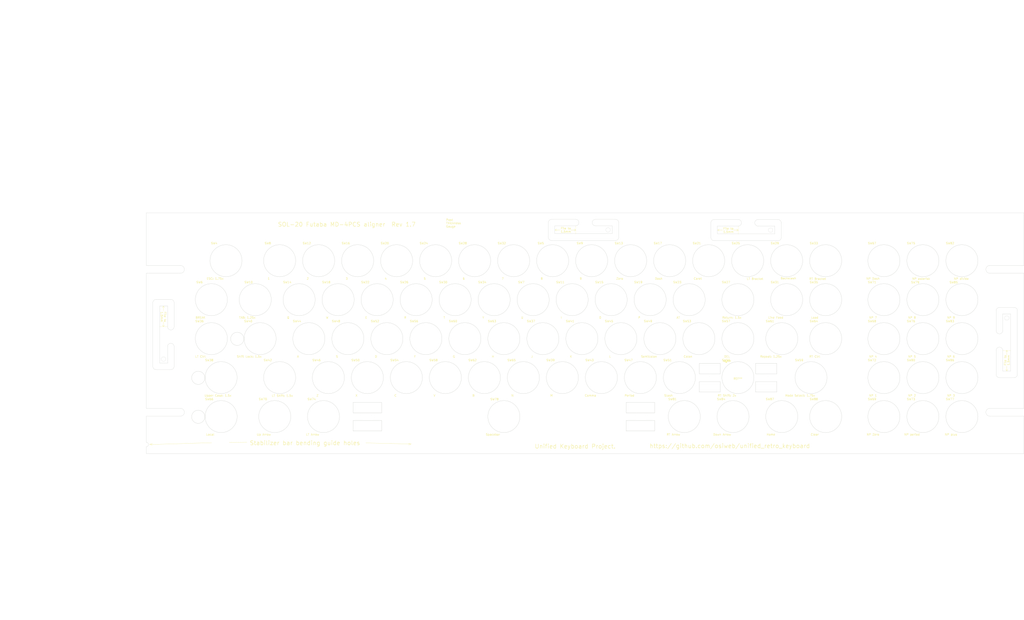
<source format=kicad_pcb>
(kicad_pcb (version 20171130) (host pcbnew "(5.1.6-0-10_14)")

  (general
    (thickness 1.6)
    (drawings 138)
    (tracks 0)
    (zones 0)
    (modules 100)
    (nets 1)
  )

  (page C)
  (title_block
    (title "Unified Retro Keyboard")
    (date 2020-08-17)
    (rev 1.7)
    (company OSIWeb.org)
    (comment 1 "Key aligner - Futaba")
  )

  (layers
    (0 F.Cu signal)
    (31 B.Cu signal)
    (32 B.Adhes user)
    (33 F.Adhes user)
    (34 B.Paste user)
    (35 F.Paste user)
    (36 B.SilkS user)
    (37 F.SilkS user)
    (38 B.Mask user)
    (39 F.Mask user)
    (40 Dwgs.User user)
    (41 Cmts.User user)
    (42 Eco1.User user)
    (43 Eco2.User user)
    (44 Edge.Cuts user)
    (45 Margin user)
    (46 B.CrtYd user)
    (47 F.CrtYd user)
    (48 B.Fab user)
    (49 F.Fab user)
  )

  (setup
    (last_trace_width 0.254)
    (user_trace_width 0.254)
    (user_trace_width 0.508)
    (user_trace_width 1.27)
    (trace_clearance 0.2)
    (zone_clearance 0.508)
    (zone_45_only no)
    (trace_min 0.2)
    (via_size 0.8128)
    (via_drill 0.4064)
    (via_min_size 0.4)
    (via_min_drill 0.3)
    (user_via 1.27 0.7112)
    (uvia_size 0.3048)
    (uvia_drill 0.1016)
    (uvias_allowed no)
    (uvia_min_size 0.2)
    (uvia_min_drill 0.1)
    (edge_width 0.05)
    (segment_width 0.2)
    (pcb_text_width 0.3)
    (pcb_text_size 1.5 1.5)
    (mod_edge_width 0.12)
    (mod_text_size 1 1)
    (mod_text_width 0.15)
    (pad_size 1.5 5.588)
    (pad_drill 1.5)
    (pad_to_mask_clearance 0)
    (aux_axis_origin 61.4172 179.1081)
    (grid_origin 76.835 223.393)
    (visible_elements 7FFFEFFF)
    (pcbplotparams
      (layerselection 0x010fc_ffffffff)
      (usegerberextensions false)
      (usegerberattributes false)
      (usegerberadvancedattributes false)
      (creategerberjobfile false)
      (excludeedgelayer true)
      (linewidth 0.100000)
      (plotframeref false)
      (viasonmask false)
      (mode 1)
      (useauxorigin false)
      (hpglpennumber 1)
      (hpglpenspeed 20)
      (hpglpendiameter 15.000000)
      (psnegative false)
      (psa4output false)
      (plotreference true)
      (plotvalue true)
      (plotinvisibletext false)
      (padsonsilk false)
      (subtractmaskfromsilk false)
      (outputformat 1)
      (mirror false)
      (drillshape 0)
      (scaleselection 1)
      (outputdirectory "outputs"))
  )

  (net 0 "")

  (net_class Default "This is the default net class."
    (clearance 0.2)
    (trace_width 0.254)
    (via_dia 0.8128)
    (via_drill 0.4064)
    (uvia_dia 0.3048)
    (uvia_drill 0.1016)
    (diff_pair_width 0.2032)
    (diff_pair_gap 0.254)
  )

  (net_class power1 ""
    (clearance 0.254)
    (trace_width 1.27)
    (via_dia 1.27)
    (via_drill 0.7112)
    (uvia_dia 0.3048)
    (uvia_drill 0.1016)
    (diff_pair_width 0.2032)
    (diff_pair_gap 0.254)
  )

  (net_class signal ""
    (clearance 0.2032)
    (trace_width 0.254)
    (via_dia 0.8128)
    (via_drill 0.4064)
    (uvia_dia 0.3048)
    (uvia_drill 0.1016)
    (diff_pair_width 0.2032)
    (diff_pair_gap 0.254)
  )

  (module "" (layer F.Cu) (tedit 5F3AE274) (tstamp 5F3B6A75)
    (at 300.863 277.622 180)
    (fp_text reference "" (at 87.63 167.513 180) (layer F.SilkS)
      (effects (font (size 1.27 1.27) (thickness 0.15)))
    )
    (fp_text value "" (at 87.63 167.513 180) (layer F.SilkS)
      (effects (font (size 1.27 1.27) (thickness 0.15)))
    )
    (pad "" np_thru_hole oval (at 80.264 165.608 180) (size 1.5 4.5) (drill oval 1.5 4.5) (layers *.Cu *.Mask))
  )

  (module unikbd:Futaba_2u_Cherry_aligner locked (layer F.Cu) (tedit 5F3AC1EB) (tstamp 5E12D3B8)
    (at 365.75238 187.74156)
    (path /5BC3E99D/5BC6D0C2)
    (fp_text reference SW55 (at -5.7912 -8.6106) (layer F.SilkS)
      (effects (font (size 1 1) (thickness 0.15)))
    )
    (fp_text value "RT Shift: 2x" (at -5.334 8.6614) (layer F.SilkS)
      (effects (font (size 1 1) (thickness 0.15)))
    )
    (fp_text user MX_space_aligner (at -0.6096 7.874) (layer B.Fab)
      (effects (font (size 1 1) (thickness 0.15)))
    )
    (fp_text user SW** (at -5.334 -7.8994) (layer F.SilkS)
      (effects (font (size 1 1) (thickness 0.15)))
    )
    (fp_text user MX_space_aligner (at -0.6096 7.8232) (layer B.Fab)
      (effects (font (size 1 1) (thickness 0.15)))
    )
    (fp_text user SW** (at -5.334 -7.9756) (layer F.SilkS)
      (effects (font (size 1 1) (thickness 0.15)))
    )
    (fp_text user REF** (at 0 0.4492) (layer F.SilkS)
      (effects (font (size 1 1) (thickness 0.15)))
    )
    (fp_text user Futaba_2u_Cherry_aligner (at 0 -0.5508) (layer F.Fab)
      (effects (font (size 1 1) (thickness 0.15)))
    )
    (fp_text user SW** (at -5.334 -7.9502) (layer F.SilkS)
      (effects (font (size 1 1) (thickness 0.15)))
    )
    (fp_line (start 8.6106 6.9596) (end 19.0246 6.9596) (layer Edge.Cuts) (width 0.12))
    (fp_line (start 8.6106 1.8796) (end 19.0246 1.8796) (layer Edge.Cuts) (width 0.12))
    (fp_line (start 8.6106 -1.9812) (end 19.0246 -1.9812) (layer Edge.Cuts) (width 0.12))
    (fp_line (start 19.0246 1.8796) (end 19.0246 6.9596) (layer Edge.Cuts) (width 0.12))
    (fp_line (start 19.0246 -7.0612) (end 19.0246 -1.9812) (layer Edge.Cuts) (width 0.12))
    (fp_line (start 8.6106 -7.0612) (end 19.0246 -7.0612) (layer Edge.Cuts) (width 0.12))
    (fp_line (start -18.8468 6.9596) (end -8.6106 6.9596) (layer Edge.Cuts) (width 0.12))
    (fp_line (start -18.8468 -7.0612) (end -18.8468 -1.9812) (layer Edge.Cuts) (width 0.12))
    (fp_line (start -18.8468 1.8796) (end -8.6106 1.8796) (layer Edge.Cuts) (width 0.12))
    (fp_line (start -18.8468 -1.9812) (end -8.6106 -1.9812) (layer Edge.Cuts) (width 0.12))
    (fp_line (start -18.8468 1.8796) (end -18.8468 6.9596) (layer Edge.Cuts) (width 0.12))
    (fp_line (start -18.8468 -7.0612) (end -8.6106 -7.0612) (layer Edge.Cuts) (width 0.12))
    (fp_circle (center 0 -0.1016) (end 7.8232 -0.1016) (layer Edge.Cuts) (width 0.12))
    (fp_line (start -8.6106 -7.0612) (end -8.6106 -1.9812) (layer Edge.Cuts) (width 0.12))
    (fp_line (start -8.6106 1.8796) (end -8.6106 6.9596) (layer Edge.Cuts) (width 0.12))
    (fp_line (start 8.6106 6.9596) (end 8.6106 1.8796) (layer Edge.Cuts) (width 0.12))
    (fp_line (start 8.6106 -7.0612) (end 8.6106 -1.9812) (layer Edge.Cuts) (width 0.12))
    (pad "" np_thru_hole oval (at 11.938 -0.1016) (size 5 2) (drill oval 5 2) (layers *.Cu *.Mask))
    (pad "" np_thru_hole oval (at -11.938 -0.1016) (size 5 2) (drill oval 5 2) (layers *.Cu *.Mask))
    (pad "" np_thru_hole circle (at -6.985 -7.0866) (size 1.6256 1.6256) (drill 1.6256) (layers *.Cu *.Mask))
    (pad "" np_thru_hole circle (at -6.985 6.8834) (size 1.6256 1.6256) (drill 1.6256) (layers *.Cu *.Mask))
    (pad "" np_thru_hole circle (at 6.985 6.8834) (size 1.6256 1.6256) (drill 1.6256) (layers *.Cu *.Mask))
    (pad "" np_thru_hole circle (at 6.985 -7.0866) (size 1.6256 1.6256) (drill 1.6256) (layers *.Cu *.Mask))
  )

  (module unikbd:Futaba-MD-4PCS-aligner locked (layer F.Cu) (tedit 5F3AC1C5) (tstamp 5E12D368)
    (at 337.17738 187.74156)
    (path /5BC3E99D/5BC6D0B4)
    (fp_text reference SW51 (at -5.7912 -8.6106) (layer F.SilkS)
      (effects (font (size 1 1) (thickness 0.15)))
    )
    (fp_text value Slash (at -5.334 8.6614) (layer F.SilkS)
      (effects (font (size 1 1) (thickness 0.15)))
    )
    (fp_circle (center 0 -0.1016) (end 7.8232 -0.1016) (layer Edge.Cuts) (width 0.12))
    (pad "" np_thru_hole circle (at -6.985 -7.0866) (size 1.6256 1.6256) (drill 1.6256) (layers *.Cu *.Mask))
    (pad "" np_thru_hole circle (at -6.985 6.8834) (size 1.6256 1.6256) (drill 1.6256) (layers *.Cu *.Mask))
    (pad "" np_thru_hole circle (at 6.985 6.8834) (size 1.6256 1.6256) (drill 1.6256) (layers *.Cu *.Mask))
    (pad "" np_thru_hole circle (at 6.985 -7.0866) (size 1.6256 1.6256) (drill 1.6256) (layers *.Cu *.Mask))
  )

  (module unikbd:Futaba_space_Cherry_aligner locked (layer F.Cu) (tedit 5F3AC207) (tstamp 5E12D584)
    (at 251.45238 206.79156)
    (path /5E16AC8E/5E135ADC)
    (fp_text reference SW78 (at -4.5847 -8.5725) (layer F.SilkS)
      (effects (font (size 1 1) (thickness 0.15)))
    )
    (fp_text value Spacebar (at -5.334 8.6614) (layer F.SilkS)
      (effects (font (size 1 1) (thickness 0.15)))
    )
    (fp_text user MX_space_aligner (at -0.6096 7.9248) (layer B.Fab)
      (effects (font (size 1 1) (thickness 0.15)))
    )
    (fp_text user SW** (at -5.334 -7.874) (layer F.SilkS) hide
      (effects (font (size 1 1) (thickness 0.15)))
    )
    (fp_text user Futaba_2u_Cherry_aligner (at 0 -0.5) (layer F.Fab)
      (effects (font (size 1 1) (thickness 0.15)))
    )
    (fp_text user REF** (at 0 0.5) (layer F.SilkS) hide
      (effects (font (size 1 1) (thickness 0.15)))
    )
    (fp_circle (center 0 -0.1016) (end 7.8232 -0.1016) (layer Edge.Cuts) (width 0.12))
    (fp_line (start -73.66 -7.0358) (end -73.66 -1.9558) (layer Edge.Cuts) (width 0.12))
    (fp_line (start -73.66 -7.0358) (end -59.69 -7.0358) (layer Edge.Cuts) (width 0.12))
    (fp_line (start -73.66 6.9342) (end -59.69 6.9342) (layer Edge.Cuts) (width 0.12))
    (fp_line (start 59.69 -7.0358) (end 73.66 -7.0358) (layer Edge.Cuts) (width 0.12))
    (fp_line (start 59.69 6.9342) (end 73.66 6.9342) (layer Edge.Cuts) (width 0.12))
    (fp_line (start -73.66 1.8542) (end -59.69 1.8542) (layer Edge.Cuts) (width 0.12))
    (fp_line (start -73.66 -1.9558) (end -59.69 -1.9558) (layer Edge.Cuts) (width 0.12))
    (fp_line (start -73.66 1.8542) (end -73.66 6.9342) (layer Edge.Cuts) (width 0.12))
    (fp_line (start -59.69 1.8542) (end -59.69 6.9342) (layer Edge.Cuts) (width 0.12))
    (fp_line (start -59.69 -7.0358) (end -59.69 -1.9558) (layer Edge.Cuts) (width 0.12))
    (fp_line (start 59.69 1.8542) (end 59.69 6.9342) (layer Edge.Cuts) (width 0.12))
    (fp_line (start 73.66 -7.0358) (end 73.66 -1.9558) (layer Edge.Cuts) (width 0.12))
    (fp_line (start 59.69 -7.0358) (end 59.69 -1.9558) (layer Edge.Cuts) (width 0.12))
    (fp_line (start 73.66 1.8542) (end 73.66 6.9342) (layer Edge.Cuts) (width 0.12))
    (fp_line (start 59.69 -1.9558) (end 73.66 -1.9558) (layer Edge.Cuts) (width 0.12))
    (fp_line (start 59.69 1.8542) (end 73.66 1.8542) (layer Edge.Cuts) (width 0.12))
    (pad "" np_thru_hole oval (at 66.675 -0.1016) (size 5 2) (drill oval 5 2) (layers *.Cu *.Mask))
    (pad "" np_thru_hole oval (at -66.675 -0.1016) (size 5 2) (drill oval 5 2) (layers *.Cu *.Mask))
    (pad "" np_thru_hole circle (at -6.985 6.8834) (size 1.6256 1.6256) (drill 1.6256) (layers *.Cu *.Mask))
    (pad "" np_thru_hole circle (at -6.985 -7.0866) (size 1.6256 1.6256) (drill 1.6256) (layers *.Cu *.Mask))
    (pad "" np_thru_hole circle (at 6.985 -7.0866) (size 1.6256 1.6256) (drill 1.6256) (layers *.Cu *.Mask))
    (pad "" np_thru_hole circle (at 6.985 6.8834) (size 1.6256 1.6256) (drill 1.6256) (layers *.Cu *.Mask))
  )

  (module MountingHole:MountingHole_3.2mm_M3 (layer F.Cu) (tedit 56D1B4CB) (tstamp 5EDDA612)
    (at 210.17738 220.34754)
    (descr "Mounting Hole 3.2mm, no annular, M3")
    (tags "mounting hole 3.2mm no annular m3")
    (attr virtual)
    (fp_text reference REF** (at 0 -4.2) (layer F.SilkS) hide
      (effects (font (size 1 1) (thickness 0.15)))
    )
    (fp_text value "Rod sizing hole 1/16 inch" (at 0 4.2) (layer F.Fab)
      (effects (font (size 1 1) (thickness 0.15)))
    )
    (fp_text user H? (at 0 -2.54) (layer F.Fab)
      (effects (font (size 1 1) (thickness 0.15)))
    )
    (fp_text user %R (at 0.3 0) (layer F.Fab)
      (effects (font (size 1 1) (thickness 0.15)))
    )
    (fp_circle (center 0 0) (end 3.2 0) (layer Cmts.User) (width 0.15))
    (fp_circle (center 0 0) (end 3.45 0) (layer F.CrtYd) (width 0.05))
    (pad 1 np_thru_hole circle (at 0 0) (size 3.2 3.2) (drill 3.2) (layers *.Cu *.Mask))
  )

  (module unikbd:Futaba-MD-4PCS-aligner locked (layer F.Cu) (tedit 5F3AC1C5) (tstamp 5E12D408)
    (at 401.47113 187.74156)
    (path /5BC3E99D/5BC6D0C9)
    (fp_text reference SW59 (at -5.7912 -8.6106) (layer F.SilkS)
      (effects (font (size 1 1) (thickness 0.15)))
    )
    (fp_text value "Mode Select: 1.75x" (at -5.334 8.6614) (layer F.SilkS)
      (effects (font (size 1 1) (thickness 0.15)))
    )
    (fp_circle (center 0 -0.1016) (end 7.8232 -0.1016) (layer Edge.Cuts) (width 0.12))
    (pad "" np_thru_hole circle (at -6.985 -7.0866) (size 1.6256 1.6256) (drill 1.6256) (layers *.Cu *.Mask))
    (pad "" np_thru_hole circle (at -6.985 6.8834) (size 1.6256 1.6256) (drill 1.6256) (layers *.Cu *.Mask))
    (pad "" np_thru_hole circle (at 6.985 6.8834) (size 1.6256 1.6256) (drill 1.6256) (layers *.Cu *.Mask))
    (pad "" np_thru_hole circle (at 6.985 -7.0866) (size 1.6256 1.6256) (drill 1.6256) (layers *.Cu *.Mask))
  )

  (module unikbd:Futaba-MD-4PCS-aligner locked (layer F.Cu) (tedit 5F3AC1C5) (tstamp 5E12D458)
    (at 251.45238 168.69156)
    (path /5BC3E99D/5BC3FF70)
    (fp_text reference SW63 (at -5.7912 -8.6106) (layer F.SilkS)
      (effects (font (size 1 1) (thickness 0.15)))
    )
    (fp_text value H (at -5.334 8.6614) (layer F.SilkS)
      (effects (font (size 1 1) (thickness 0.15)))
    )
    (fp_circle (center 0 -0.1016) (end 7.8232 -0.1016) (layer Edge.Cuts) (width 0.12))
    (pad "" np_thru_hole circle (at -6.985 -7.0866) (size 1.6256 1.6256) (drill 1.6256) (layers *.Cu *.Mask))
    (pad "" np_thru_hole circle (at -6.985 6.8834) (size 1.6256 1.6256) (drill 1.6256) (layers *.Cu *.Mask))
    (pad "" np_thru_hole circle (at 6.985 6.8834) (size 1.6256 1.6256) (drill 1.6256) (layers *.Cu *.Mask))
    (pad "" np_thru_hole circle (at 6.985 -7.0866) (size 1.6256 1.6256) (drill 1.6256) (layers *.Cu *.Mask))
  )

  (module unikbd:Futaba-MD-4PCS-aligner locked (layer F.Cu) (tedit 5F3AC1C5) (tstamp 5E12D41C)
    (at 232.40238 168.69156)
    (path /5BC3E99D/5BC3FF77)
    (fp_text reference SW60 (at -5.7912 -8.6106) (layer F.SilkS)
      (effects (font (size 1 1) (thickness 0.15)))
    )
    (fp_text value G (at -5.334 8.6614) (layer F.SilkS)
      (effects (font (size 1 1) (thickness 0.15)))
    )
    (fp_circle (center 0 -0.1016) (end 7.8232 -0.1016) (layer Edge.Cuts) (width 0.12))
    (pad "" np_thru_hole circle (at -6.985 -7.0866) (size 1.6256 1.6256) (drill 1.6256) (layers *.Cu *.Mask))
    (pad "" np_thru_hole circle (at -6.985 6.8834) (size 1.6256 1.6256) (drill 1.6256) (layers *.Cu *.Mask))
    (pad "" np_thru_hole circle (at 6.985 6.8834) (size 1.6256 1.6256) (drill 1.6256) (layers *.Cu *.Mask))
    (pad "" np_thru_hole circle (at 6.985 -7.0866) (size 1.6256 1.6256) (drill 1.6256) (layers *.Cu *.Mask))
  )

  (module unikbd:Futaba-MD-4PCS-aligner locked (layer F.Cu) (tedit 5F3AC1C5) (tstamp 5E12D430)
    (at 387.18363 168.69156)
    (path /5BC3E99D/5BC6CD87)
    (fp_text reference SW61 (at -5.7912 -8.6106) (layer F.SilkS)
      (effects (font (size 1 1) (thickness 0.15)))
    )
    (fp_text value "Repeat: 1.25x" (at -5.334 8.6614) (layer F.SilkS)
      (effects (font (size 1 1) (thickness 0.15)))
    )
    (fp_circle (center 0 -0.1016) (end 7.8232 -0.1016) (layer Edge.Cuts) (width 0.12))
    (pad "" np_thru_hole circle (at -6.985 -7.0866) (size 1.6256 1.6256) (drill 1.6256) (layers *.Cu *.Mask))
    (pad "" np_thru_hole circle (at -6.985 6.8834) (size 1.6256 1.6256) (drill 1.6256) (layers *.Cu *.Mask))
    (pad "" np_thru_hole circle (at 6.985 6.8834) (size 1.6256 1.6256) (drill 1.6256) (layers *.Cu *.Mask))
    (pad "" np_thru_hole circle (at 6.985 -7.0866) (size 1.6256 1.6256) (drill 1.6256) (layers *.Cu *.Mask))
  )

  (module unikbd:Futaba-MD-4PCS-aligner locked (layer F.Cu) (tedit 5F3AC1C5) (tstamp 5E12D3CC)
    (at 213.35238 168.69156)
    (path /5BC3E99D/5BC3FF69)
    (fp_text reference SW56 (at -5.7912 -8.6106) (layer F.SilkS)
      (effects (font (size 1 1) (thickness 0.15)))
    )
    (fp_text value F (at -5.334 8.6614) (layer F.SilkS)
      (effects (font (size 1 1) (thickness 0.15)))
    )
    (fp_circle (center 0 -0.1016) (end 7.8232 -0.1016) (layer Edge.Cuts) (width 0.12))
    (pad "" np_thru_hole circle (at -6.985 -7.0866) (size 1.6256 1.6256) (drill 1.6256) (layers *.Cu *.Mask))
    (pad "" np_thru_hole circle (at -6.985 6.8834) (size 1.6256 1.6256) (drill 1.6256) (layers *.Cu *.Mask))
    (pad "" np_thru_hole circle (at 6.985 6.8834) (size 1.6256 1.6256) (drill 1.6256) (layers *.Cu *.Mask))
    (pad "" np_thru_hole circle (at 6.985 -7.0866) (size 1.6256 1.6256) (drill 1.6256) (layers *.Cu *.Mask))
  )

  (module unikbd:Futaba-MD-4PCS-aligner locked (layer F.Cu) (tedit 5F3AC1C5) (tstamp 5E12D46C)
    (at 408.61488 168.69156)
    (path /5BC3E99D/5BC6CD80)
    (fp_text reference SW64 (at -5.7912 -8.6106) (layer F.SilkS)
      (effects (font (size 1 1) (thickness 0.15)))
    )
    (fp_text value "RT Ctrl" (at -5.334 8.6614) (layer F.SilkS)
      (effects (font (size 1 1) (thickness 0.15)))
    )
    (fp_circle (center 0 -0.1016) (end 7.8232 -0.1016) (layer Edge.Cuts) (width 0.12))
    (pad "" np_thru_hole circle (at -6.985 -7.0866) (size 1.6256 1.6256) (drill 1.6256) (layers *.Cu *.Mask))
    (pad "" np_thru_hole circle (at -6.985 6.8834) (size 1.6256 1.6256) (drill 1.6256) (layers *.Cu *.Mask))
    (pad "" np_thru_hole circle (at 6.985 6.8834) (size 1.6256 1.6256) (drill 1.6256) (layers *.Cu *.Mask))
    (pad "" np_thru_hole circle (at 6.985 -7.0866) (size 1.6256 1.6256) (drill 1.6256) (layers *.Cu *.Mask))
  )

  (module unikbd:Futaba-MD-4PCS-aligner locked (layer F.Cu) (tedit 5F3AC1C5) (tstamp 5E12D250)
    (at 270.50238 168.69156)
    (path /5BC3E99D/5E1BE11F)
    (fp_text reference SW37 (at -5.7912 -8.6106) (layer F.SilkS)
      (effects (font (size 1 1) (thickness 0.15)))
    )
    (fp_text value J (at -5.334 8.6614) (layer F.SilkS)
      (effects (font (size 1 1) (thickness 0.15)))
    )
    (fp_circle (center 0 -0.1016) (end 7.8232 -0.1016) (layer Edge.Cuts) (width 0.12))
    (pad "" np_thru_hole circle (at -6.985 -7.0866) (size 1.6256 1.6256) (drill 1.6256) (layers *.Cu *.Mask))
    (pad "" np_thru_hole circle (at -6.985 6.8834) (size 1.6256 1.6256) (drill 1.6256) (layers *.Cu *.Mask))
    (pad "" np_thru_hole circle (at 6.985 6.8834) (size 1.6256 1.6256) (drill 1.6256) (layers *.Cu *.Mask))
    (pad "" np_thru_hole circle (at 6.985 -7.0866) (size 1.6256 1.6256) (drill 1.6256) (layers *.Cu *.Mask))
  )

  (module unikbd:Futaba-MD-4PCS-aligner locked (layer F.Cu) (tedit 5F3AC1C5) (tstamp 5E12D55C)
    (at 456.11288 168.69156)
    (path /5E16AC8E/5E1BE10C)
    (fp_text reference SW76 (at -5.7912 -8.6106) (layer F.SilkS)
      (effects (font (size 1 1) (thickness 0.15)))
    )
    (fp_text value "NP 5" (at -5.334 8.6614) (layer F.SilkS)
      (effects (font (size 1 1) (thickness 0.15)))
    )
    (fp_circle (center 0 -0.1016) (end 7.8232 -0.1016) (layer Edge.Cuts) (width 0.12))
    (pad "" np_thru_hole circle (at -6.985 -7.0866) (size 1.6256 1.6256) (drill 1.6256) (layers *.Cu *.Mask))
    (pad "" np_thru_hole circle (at -6.985 6.8834) (size 1.6256 1.6256) (drill 1.6256) (layers *.Cu *.Mask))
    (pad "" np_thru_hole circle (at 6.985 6.8834) (size 1.6256 1.6256) (drill 1.6256) (layers *.Cu *.Mask))
    (pad "" np_thru_hole circle (at 6.985 -7.0866) (size 1.6256 1.6256) (drill 1.6256) (layers *.Cu *.Mask))
  )

  (module unikbd:Futaba-MD-4PCS-aligner locked (layer F.Cu) (tedit 5F3AC1C5) (tstamp 5E12D28C)
    (at 132.38988 168.69156)
    (path /5BC3E99D/5BC3FD26)
    (fp_text reference SW40 (at -5.7912 -8.6106) (layer F.SilkS)
      (effects (font (size 1 1) (thickness 0.15)))
    )
    (fp_text value "Shift Lock: 1.5x" (at -5.334 8.6614) (layer F.SilkS)
      (effects (font (size 1 1) (thickness 0.15)))
    )
    (fp_circle (center 0 -0.1016) (end 7.8232 -0.1016) (layer Edge.Cuts) (width 0.12))
    (pad "" np_thru_hole circle (at -6.985 -7.0866) (size 1.6256 1.6256) (drill 1.6256) (layers *.Cu *.Mask))
    (pad "" np_thru_hole circle (at -6.985 6.8834) (size 1.6256 1.6256) (drill 1.6256) (layers *.Cu *.Mask))
    (pad "" np_thru_hole circle (at 6.985 6.8834) (size 1.6256 1.6256) (drill 1.6256) (layers *.Cu *.Mask))
    (pad "" np_thru_hole circle (at 6.985 -7.0866) (size 1.6256 1.6256) (drill 1.6256) (layers *.Cu *.Mask))
  )

  (module unikbd:Futaba-MD-4PCS-aligner locked (layer F.Cu) (tedit 5F3AC1C5) (tstamp 5E12D2A0)
    (at 289.55238 168.69156)
    (path /5BC3E99D/5BC6CD5D)
    (fp_text reference SW41 (at -5.7912 -8.6106) (layer F.SilkS)
      (effects (font (size 1 1) (thickness 0.15)))
    )
    (fp_text value K (at -5.334 8.6614) (layer F.SilkS)
      (effects (font (size 1 1) (thickness 0.15)))
    )
    (fp_circle (center 0 -0.1016) (end 7.8232 -0.1016) (layer Edge.Cuts) (width 0.12))
    (pad "" np_thru_hole circle (at -6.985 -7.0866) (size 1.6256 1.6256) (drill 1.6256) (layers *.Cu *.Mask))
    (pad "" np_thru_hole circle (at -6.985 6.8834) (size 1.6256 1.6256) (drill 1.6256) (layers *.Cu *.Mask))
    (pad "" np_thru_hole circle (at 6.985 6.8834) (size 1.6256 1.6256) (drill 1.6256) (layers *.Cu *.Mask))
    (pad "" np_thru_hole circle (at 6.985 -7.0866) (size 1.6256 1.6256) (drill 1.6256) (layers *.Cu *.Mask))
  )

  (module unikbd:Futaba-MD-4PCS-aligner locked (layer F.Cu) (tedit 5F3AC1C5) (tstamp 5E12D2DC)
    (at 156.20238 168.69156)
    (path /5BC3E99D/5BC3FE57)
    (fp_text reference SW44 (at -5.7912 -8.6106) (layer F.SilkS)
      (effects (font (size 1 1) (thickness 0.15)))
    )
    (fp_text value A (at -5.334 8.6614) (layer F.SilkS)
      (effects (font (size 1 1) (thickness 0.15)))
    )
    (fp_circle (center 0 -0.1016) (end 7.8232 -0.1016) (layer Edge.Cuts) (width 0.12))
    (pad "" np_thru_hole circle (at -6.985 -7.0866) (size 1.6256 1.6256) (drill 1.6256) (layers *.Cu *.Mask))
    (pad "" np_thru_hole circle (at -6.985 6.8834) (size 1.6256 1.6256) (drill 1.6256) (layers *.Cu *.Mask))
    (pad "" np_thru_hole circle (at 6.985 6.8834) (size 1.6256 1.6256) (drill 1.6256) (layers *.Cu *.Mask))
    (pad "" np_thru_hole circle (at 6.985 -7.0866) (size 1.6256 1.6256) (drill 1.6256) (layers *.Cu *.Mask))
  )

  (module unikbd:Futaba-MD-4PCS-aligner locked (layer F.Cu) (tedit 5F3AC1C5) (tstamp 5E12D2F0)
    (at 308.60238 168.69156)
    (path /5BC3E99D/5BC6CD6B)
    (fp_text reference SW45 (at -5.7912 -8.6106) (layer F.SilkS)
      (effects (font (size 1 1) (thickness 0.15)))
    )
    (fp_text value L (at -5.334 8.6614) (layer F.SilkS)
      (effects (font (size 1 1) (thickness 0.15)))
    )
    (fp_circle (center 0 -0.1016) (end 7.8232 -0.1016) (layer Edge.Cuts) (width 0.12))
    (pad "" np_thru_hole circle (at -6.985 -7.0866) (size 1.6256 1.6256) (drill 1.6256) (layers *.Cu *.Mask))
    (pad "" np_thru_hole circle (at -6.985 6.8834) (size 1.6256 1.6256) (drill 1.6256) (layers *.Cu *.Mask))
    (pad "" np_thru_hole circle (at 6.985 6.8834) (size 1.6256 1.6256) (drill 1.6256) (layers *.Cu *.Mask))
    (pad "" np_thru_hole circle (at 6.985 -7.0866) (size 1.6256 1.6256) (drill 1.6256) (layers *.Cu *.Mask))
  )

  (module unikbd:Futaba-MD-4PCS-aligner locked (layer F.Cu) (tedit 5F3AC1C5) (tstamp 5E12D32C)
    (at 175.25238 168.69156)
    (path /5BC3E99D/5E1BE11D)
    (fp_text reference SW48 (at -5.7912 -8.6106) (layer F.SilkS)
      (effects (font (size 1 1) (thickness 0.15)))
    )
    (fp_text value S (at -5.334 8.6614) (layer F.SilkS)
      (effects (font (size 1 1) (thickness 0.15)))
    )
    (fp_circle (center 0 -0.1016) (end 7.8232 -0.1016) (layer Edge.Cuts) (width 0.12))
    (pad "" np_thru_hole circle (at -6.985 -7.0866) (size 1.6256 1.6256) (drill 1.6256) (layers *.Cu *.Mask))
    (pad "" np_thru_hole circle (at -6.985 6.8834) (size 1.6256 1.6256) (drill 1.6256) (layers *.Cu *.Mask))
    (pad "" np_thru_hole circle (at 6.985 6.8834) (size 1.6256 1.6256) (drill 1.6256) (layers *.Cu *.Mask))
    (pad "" np_thru_hole circle (at 6.985 -7.0866) (size 1.6256 1.6256) (drill 1.6256) (layers *.Cu *.Mask))
  )

  (module unikbd:Futaba-MD-4PCS-aligner locked (layer F.Cu) (tedit 5F3AC1C5) (tstamp 5E12D340)
    (at 327.65238 168.69156)
    (path /5BC3E99D/5BC6CD64)
    (fp_text reference SW49 (at -5.7912 -8.6106) (layer F.SilkS)
      (effects (font (size 1 1) (thickness 0.15)))
    )
    (fp_text value Semicolon (at -5.334 8.6614) (layer F.SilkS)
      (effects (font (size 1 1) (thickness 0.15)))
    )
    (fp_circle (center 0 -0.1016) (end 7.8232 -0.1016) (layer Edge.Cuts) (width 0.12))
    (pad "" np_thru_hole circle (at -6.985 -7.0866) (size 1.6256 1.6256) (drill 1.6256) (layers *.Cu *.Mask))
    (pad "" np_thru_hole circle (at -6.985 6.8834) (size 1.6256 1.6256) (drill 1.6256) (layers *.Cu *.Mask))
    (pad "" np_thru_hole circle (at 6.985 6.8834) (size 1.6256 1.6256) (drill 1.6256) (layers *.Cu *.Mask))
    (pad "" np_thru_hole circle (at 6.985 -7.0866) (size 1.6256 1.6256) (drill 1.6256) (layers *.Cu *.Mask))
  )

  (module unikbd:Futaba-MD-4PCS-aligner locked (layer F.Cu) (tedit 5F3AC1C5) (tstamp 5E12D37C)
    (at 194.30238 168.69156)
    (path /5BC3E99D/5E0AC938)
    (fp_text reference SW52 (at -5.7912 -8.6106) (layer F.SilkS)
      (effects (font (size 1 1) (thickness 0.15)))
    )
    (fp_text value D (at -5.334 8.6614) (layer F.SilkS)
      (effects (font (size 1 1) (thickness 0.15)))
    )
    (fp_circle (center 0 -0.1016) (end 7.8232 -0.1016) (layer Edge.Cuts) (width 0.12))
    (pad "" np_thru_hole circle (at -6.985 -7.0866) (size 1.6256 1.6256) (drill 1.6256) (layers *.Cu *.Mask))
    (pad "" np_thru_hole circle (at -6.985 6.8834) (size 1.6256 1.6256) (drill 1.6256) (layers *.Cu *.Mask))
    (pad "" np_thru_hole circle (at 6.985 6.8834) (size 1.6256 1.6256) (drill 1.6256) (layers *.Cu *.Mask))
    (pad "" np_thru_hole circle (at 6.985 -7.0866) (size 1.6256 1.6256) (drill 1.6256) (layers *.Cu *.Mask))
  )

  (module unikbd:Futaba-MD-4PCS-aligner locked (layer F.Cu) (tedit 5F3AC1C5) (tstamp 5E12D390)
    (at 346.70238 168.69156)
    (path /5BC3E99D/5BC6CD72)
    (fp_text reference SW53 (at -5.7912 -8.6106) (layer F.SilkS)
      (effects (font (size 1 1) (thickness 0.15)))
    )
    (fp_text value Colon (at -5.334 8.6614) (layer F.SilkS)
      (effects (font (size 1 1) (thickness 0.15)))
    )
    (fp_circle (center 0 -0.1016) (end 7.8232 -0.1016) (layer Edge.Cuts) (width 0.12))
    (pad "" np_thru_hole circle (at -6.985 -7.0866) (size 1.6256 1.6256) (drill 1.6256) (layers *.Cu *.Mask))
    (pad "" np_thru_hole circle (at -6.985 6.8834) (size 1.6256 1.6256) (drill 1.6256) (layers *.Cu *.Mask))
    (pad "" np_thru_hole circle (at 6.985 6.8834) (size 1.6256 1.6256) (drill 1.6256) (layers *.Cu *.Mask))
    (pad "" np_thru_hole circle (at 6.985 -7.0866) (size 1.6256 1.6256) (drill 1.6256) (layers *.Cu *.Mask))
  )

  (module unikbd:Futaba-MD-4PCS-aligner locked (layer F.Cu) (tedit 5F3AC1C5) (tstamp 5E12D4BC)
    (at 437.06288 168.69156)
    (path /5E16AC8E/5E1BE109)
    (fp_text reference SW68 (at -5.7912 -8.6106) (layer F.SilkS)
      (effects (font (size 1 1) (thickness 0.15)))
    )
    (fp_text value "NP 4" (at -5.334 8.6614) (layer F.SilkS)
      (effects (font (size 1 1) (thickness 0.15)))
    )
    (fp_circle (center 0 -0.1016) (end 7.8232 -0.1016) (layer Edge.Cuts) (width 0.12))
    (pad "" np_thru_hole circle (at -6.985 -7.0866) (size 1.6256 1.6256) (drill 1.6256) (layers *.Cu *.Mask))
    (pad "" np_thru_hole circle (at -6.985 6.8834) (size 1.6256 1.6256) (drill 1.6256) (layers *.Cu *.Mask))
    (pad "" np_thru_hole circle (at 6.985 6.8834) (size 1.6256 1.6256) (drill 1.6256) (layers *.Cu *.Mask))
    (pad "" np_thru_hole circle (at 6.985 -7.0866) (size 1.6256 1.6256) (drill 1.6256) (layers *.Cu *.Mask))
  )

  (module unikbd:Futaba-MD-4PCS-aligner locked (layer F.Cu) (tedit 5F3AC1C5) (tstamp 5E12D5E8)
    (at 475.16288 168.69156)
    (path /5E16AC8E/5E1BE10D)
    (fp_text reference SW83 (at -5.7912 -8.6106) (layer F.SilkS)
      (effects (font (size 1 1) (thickness 0.15)))
    )
    (fp_text value "NP 6" (at -5.334 8.6614) (layer F.SilkS)
      (effects (font (size 1 1) (thickness 0.15)))
    )
    (fp_circle (center 0 -0.1016) (end 7.8232 -0.1016) (layer Edge.Cuts) (width 0.12))
    (pad "" np_thru_hole circle (at -6.985 -7.0866) (size 1.6256 1.6256) (drill 1.6256) (layers *.Cu *.Mask))
    (pad "" np_thru_hole circle (at -6.985 6.8834) (size 1.6256 1.6256) (drill 1.6256) (layers *.Cu *.Mask))
    (pad "" np_thru_hole circle (at 6.985 6.8834) (size 1.6256 1.6256) (drill 1.6256) (layers *.Cu *.Mask))
    (pad "" np_thru_hole circle (at 6.985 -7.0866) (size 1.6256 1.6256) (drill 1.6256) (layers *.Cu *.Mask))
  )

  (module unikbd:Futaba-MD-4PCS-aligner locked (layer F.Cu) (tedit 5F3AC1C5) (tstamp 5E12D3E0)
    (at 365.75238 168.69156)
    (path /5BC3E99D/5BC6CD79)
    (fp_text reference SW57 (at -5.7912 -8.6106) (layer F.SilkS)
      (effects (font (size 1 1) (thickness 0.15)))
    )
    (fp_text value DEL (at -5.334 8.6614) (layer F.SilkS)
      (effects (font (size 1 1) (thickness 0.15)))
    )
    (fp_circle (center 0 -0.1016) (end 7.8232 -0.1016) (layer Edge.Cuts) (width 0.12))
    (pad "" np_thru_hole circle (at -6.985 -7.0866) (size 1.6256 1.6256) (drill 1.6256) (layers *.Cu *.Mask))
    (pad "" np_thru_hole circle (at -6.985 6.8834) (size 1.6256 1.6256) (drill 1.6256) (layers *.Cu *.Mask))
    (pad "" np_thru_hole circle (at 6.985 6.8834) (size 1.6256 1.6256) (drill 1.6256) (layers *.Cu *.Mask))
    (pad "" np_thru_hole circle (at 6.985 -7.0866) (size 1.6256 1.6256) (drill 1.6256) (layers *.Cu *.Mask))
  )

  (module unikbd:Futaba-MD-4PCS-aligner locked (layer F.Cu) (tedit 5F3AC1C5) (tstamp 5E12D3A4)
    (at 203.82738 187.74156)
    (path /5BC3E99D/5BC6CEF2)
    (fp_text reference SW54 (at -5.7912 -8.6106) (layer F.SilkS)
      (effects (font (size 1 1) (thickness 0.15)))
    )
    (fp_text value C (at -5.334 8.6614) (layer F.SilkS)
      (effects (font (size 1 1) (thickness 0.15)))
    )
    (fp_circle (center 0 -0.1016) (end 7.8232 -0.1016) (layer Edge.Cuts) (width 0.12))
    (pad "" np_thru_hole circle (at -6.985 -7.0866) (size 1.6256 1.6256) (drill 1.6256) (layers *.Cu *.Mask))
    (pad "" np_thru_hole circle (at -6.985 6.8834) (size 1.6256 1.6256) (drill 1.6256) (layers *.Cu *.Mask))
    (pad "" np_thru_hole circle (at 6.985 6.8834) (size 1.6256 1.6256) (drill 1.6256) (layers *.Cu *.Mask))
    (pad "" np_thru_hole circle (at 6.985 -7.0866) (size 1.6256 1.6256) (drill 1.6256) (layers *.Cu *.Mask))
  )

  (module unikbd:Futaba-MD-4PCS-aligner locked (layer F.Cu) (tedit 5F3AC1C5) (tstamp 5E6EC726)
    (at 163.34613 206.79156)
    (path /5E16AC8E/5E1BE0F6)
    (fp_text reference SW74 (at -5.7912 -8.6106) (layer F.SilkS)
      (effects (font (size 1 1) (thickness 0.15)))
    )
    (fp_text value "LT Arrow" (at -5.334 8.6614) (layer F.SilkS)
      (effects (font (size 1 1) (thickness 0.15)))
    )
    (fp_circle (center 0 -0.1016) (end 7.8232 -0.1016) (layer Edge.Cuts) (width 0.12))
    (pad "" np_thru_hole circle (at -6.985 -7.0866) (size 1.6256 1.6256) (drill 1.6256) (layers *.Cu *.Mask))
    (pad "" np_thru_hole circle (at -6.985 6.8834) (size 1.6256 1.6256) (drill 1.6256) (layers *.Cu *.Mask))
    (pad "" np_thru_hole circle (at 6.985 6.8834) (size 1.6256 1.6256) (drill 1.6256) (layers *.Cu *.Mask))
    (pad "" np_thru_hole circle (at 6.985 -7.0866) (size 1.6256 1.6256) (drill 1.6256) (layers *.Cu *.Mask))
  )

  (module unikbd:Futaba-MD-4PCS-aligner locked (layer F.Cu) (tedit 5F3AC1C5) (tstamp 5E120789)
    (at 475.16288 149.64156)
    (path /5E16AC8E/5E1BE103)
    (fp_text reference SW85 (at -4.03098 -8.56996) (layer F.SilkS)
      (effects (font (size 1 1) (thickness 0.15)))
    )
    (fp_text value "NP 9" (at -5.334 8.6614) (layer F.SilkS)
      (effects (font (size 1 1) (thickness 0.15)))
    )
    (fp_circle (center 0 -0.1016) (end 7.8232 -0.1016) (layer Edge.Cuts) (width 0.12))
    (pad "" np_thru_hole circle (at -6.985 -7.0866) (size 1.6256 1.6256) (drill 1.6256) (layers *.Cu *.Mask))
    (pad "" np_thru_hole circle (at -6.985 6.8834) (size 1.6256 1.6256) (drill 1.6256) (layers *.Cu *.Mask))
    (pad "" np_thru_hole circle (at 6.985 6.8834) (size 1.6256 1.6256) (drill 1.6256) (layers *.Cu *.Mask))
    (pad "" np_thru_hole circle (at 6.985 -7.0866) (size 1.6256 1.6256) (drill 1.6256) (layers *.Cu *.Mask))
  )

  (module unikbd:Futaba-MD-4PCS-aligner locked (layer F.Cu) (tedit 5F3AC1C5) (tstamp 5E12D1C4)
    (at 227.63988 149.64156)
    (path /5BC3EA0A/5BCAF420)
    (fp_text reference SW30 (at -5.7912 -8.6106) (layer F.SilkS)
      (effects (font (size 1 1) (thickness 0.15)))
    )
    (fp_text value T (at -5.334 8.6614) (layer F.SilkS)
      (effects (font (size 1 1) (thickness 0.15)))
    )
    (fp_circle (center 0 -0.1016) (end 7.8232 -0.1016) (layer Edge.Cuts) (width 0.12))
    (pad "" np_thru_hole circle (at -6.985 -7.0866) (size 1.6256 1.6256) (drill 1.6256) (layers *.Cu *.Mask))
    (pad "" np_thru_hole circle (at -6.985 6.8834) (size 1.6256 1.6256) (drill 1.6256) (layers *.Cu *.Mask))
    (pad "" np_thru_hole circle (at 6.985 6.8834) (size 1.6256 1.6256) (drill 1.6256) (layers *.Cu *.Mask))
    (pad "" np_thru_hole circle (at 6.985 -7.0866) (size 1.6256 1.6256) (drill 1.6256) (layers *.Cu *.Mask))
  )

  (module unikbd:Futaba-MD-4PCS-aligner locked (layer F.Cu) (tedit 5F3AC1C5) (tstamp 5E12D64C)
    (at 408.61488 206.79156)
    (path /5E16AC8E/5E1BE0F8)
    (fp_text reference SW88 (at -5.7912 -8.6106) (layer F.SilkS)
      (effects (font (size 1 1) (thickness 0.15)))
    )
    (fp_text value Clear (at -5.334 8.6614) (layer F.SilkS)
      (effects (font (size 1 1) (thickness 0.15)))
    )
    (fp_circle (center 0 -0.1016) (end 7.8232 -0.1016) (layer Edge.Cuts) (width 0.12))
    (pad "" np_thru_hole circle (at -6.985 -7.0866) (size 1.6256 1.6256) (drill 1.6256) (layers *.Cu *.Mask))
    (pad "" np_thru_hole circle (at -6.985 6.8834) (size 1.6256 1.6256) (drill 1.6256) (layers *.Cu *.Mask))
    (pad "" np_thru_hole circle (at 6.985 6.8834) (size 1.6256 1.6256) (drill 1.6256) (layers *.Cu *.Mask))
    (pad "" np_thru_hole circle (at 6.985 -7.0866) (size 1.6256 1.6256) (drill 1.6256) (layers *.Cu *.Mask))
  )

  (module unikbd:Futaba-MD-4PCS-aligner locked (layer F.Cu) (tedit 5F3AC1C5) (tstamp 5E12D638)
    (at 387.18363 206.79156)
    (path /5E16AC8E/5E1BE0F9)
    (fp_text reference SW87 (at -5.7912 -8.6106) (layer F.SilkS)
      (effects (font (size 1 1) (thickness 0.15)))
    )
    (fp_text value Home (at -5.334 8.6614) (layer F.SilkS)
      (effects (font (size 1 1) (thickness 0.15)))
    )
    (fp_circle (center 0 -0.1016) (end 7.8232 -0.1016) (layer Edge.Cuts) (width 0.12))
    (pad "" np_thru_hole circle (at -6.985 -7.0866) (size 1.6256 1.6256) (drill 1.6256) (layers *.Cu *.Mask))
    (pad "" np_thru_hole circle (at -6.985 6.8834) (size 1.6256 1.6256) (drill 1.6256) (layers *.Cu *.Mask))
    (pad "" np_thru_hole circle (at 6.985 6.8834) (size 1.6256 1.6256) (drill 1.6256) (layers *.Cu *.Mask))
    (pad "" np_thru_hole circle (at 6.985 -7.0866) (size 1.6256 1.6256) (drill 1.6256) (layers *.Cu *.Mask))
  )

  (module unikbd:Futaba-MD-4PCS-aligner locked (layer F.Cu) (tedit 5F3AC1C5) (tstamp 5E12D624)
    (at 475.16288 187.74156)
    (path /5E16AC8E/5E1BE10E)
    (fp_text reference SW86 (at -5.7912 -8.6106) (layer F.SilkS)
      (effects (font (size 1 1) (thickness 0.15)))
    )
    (fp_text value "NP 3" (at -5.334 8.6614) (layer F.SilkS)
      (effects (font (size 1 1) (thickness 0.15)))
    )
    (fp_circle (center 0 -0.1016) (end 7.8232 -0.1016) (layer Edge.Cuts) (width 0.12))
    (pad "" np_thru_hole circle (at -6.985 -7.0866) (size 1.6256 1.6256) (drill 1.6256) (layers *.Cu *.Mask))
    (pad "" np_thru_hole circle (at -6.985 6.8834) (size 1.6256 1.6256) (drill 1.6256) (layers *.Cu *.Mask))
    (pad "" np_thru_hole circle (at 6.985 6.8834) (size 1.6256 1.6256) (drill 1.6256) (layers *.Cu *.Mask))
    (pad "" np_thru_hole circle (at 6.985 -7.0866) (size 1.6256 1.6256) (drill 1.6256) (layers *.Cu *.Mask))
  )

  (module unikbd:Futaba-MD-4PCS-aligner locked (layer F.Cu) (tedit 5F3AC1C5) (tstamp 5E12D5FC)
    (at 363.37113 206.79156)
    (path /5E16AC8E/5E1BE0F7)
    (fp_text reference SW84 (at -5.7912 -8.6106) (layer F.SilkS)
      (effects (font (size 1 1) (thickness 0.15)))
    )
    (fp_text value "Down Arrow" (at -5.334 8.6614) (layer F.SilkS)
      (effects (font (size 1 1) (thickness 0.15)))
    )
    (fp_circle (center 0 -0.1016) (end 7.8232 -0.1016) (layer Edge.Cuts) (width 0.12))
    (pad "" np_thru_hole circle (at -6.985 -7.0866) (size 1.6256 1.6256) (drill 1.6256) (layers *.Cu *.Mask))
    (pad "" np_thru_hole circle (at -6.985 6.8834) (size 1.6256 1.6256) (drill 1.6256) (layers *.Cu *.Mask))
    (pad "" np_thru_hole circle (at 6.985 6.8834) (size 1.6256 1.6256) (drill 1.6256) (layers *.Cu *.Mask))
    (pad "" np_thru_hole circle (at 6.985 -7.0866) (size 1.6256 1.6256) (drill 1.6256) (layers *.Cu *.Mask))
  )

  (module unikbd:Futaba-MD-4PCS-aligner locked (layer F.Cu) (tedit 5F3AC1C5) (tstamp 5E12D5D4)
    (at 475.16288 130.59156)
    (path /5E16AC8E/5E1BE102)
    (fp_text reference SW82 (at -5.7912 -8.6106) (layer F.SilkS)
      (effects (font (size 1 1) (thickness 0.15)))
    )
    (fp_text value "NP divide" (at -0.29718 8.72744) (layer F.SilkS)
      (effects (font (size 1 1) (thickness 0.15)))
    )
    (fp_circle (center 0 -0.1016) (end 7.8232 -0.1016) (layer Edge.Cuts) (width 0.12))
    (pad "" np_thru_hole circle (at -6.985 -7.0866) (size 1.6256 1.6256) (drill 1.6256) (layers *.Cu *.Mask))
    (pad "" np_thru_hole circle (at -6.985 6.8834) (size 1.6256 1.6256) (drill 1.6256) (layers *.Cu *.Mask))
    (pad "" np_thru_hole circle (at 6.985 6.8834) (size 1.6256 1.6256) (drill 1.6256) (layers *.Cu *.Mask))
    (pad "" np_thru_hole circle (at 6.985 -7.0866) (size 1.6256 1.6256) (drill 1.6256) (layers *.Cu *.Mask))
  )

  (module unikbd:Futaba-MD-4PCS-aligner locked (layer F.Cu) (tedit 5F3AC1C5) (tstamp 5E10B4C4)
    (at 339.55863 206.79156)
    (path /5E16AC8E/5E1BE119)
    (fp_text reference SW81 (at -5.7912 -8.6106) (layer F.SilkS)
      (effects (font (size 1 1) (thickness 0.15)))
    )
    (fp_text value "RT Arrow" (at -5.334 8.6614) (layer F.SilkS)
      (effects (font (size 1 1) (thickness 0.15)))
    )
    (fp_circle (center 0 -0.1016) (end 7.8232 -0.1016) (layer Edge.Cuts) (width 0.12))
    (pad "" np_thru_hole circle (at -6.985 -7.0866) (size 1.6256 1.6256) (drill 1.6256) (layers *.Cu *.Mask))
    (pad "" np_thru_hole circle (at -6.985 6.8834) (size 1.6256 1.6256) (drill 1.6256) (layers *.Cu *.Mask))
    (pad "" np_thru_hole circle (at 6.985 6.8834) (size 1.6256 1.6256) (drill 1.6256) (layers *.Cu *.Mask))
    (pad "" np_thru_hole circle (at 6.985 -7.0866) (size 1.6256 1.6256) (drill 1.6256) (layers *.Cu *.Mask))
  )

  (module unikbd:Futaba-MD-4PCS-aligner locked (layer F.Cu) (tedit 5F3AC1C5) (tstamp 5E12D5AC)
    (at 456.11288 187.74156)
    (path /5E16AC8E/5E1BE10B)
    (fp_text reference SW80 (at -5.7912 -8.6106) (layer F.SilkS)
      (effects (font (size 1 1) (thickness 0.15)))
    )
    (fp_text value "NP 2" (at -5.334 8.6614) (layer F.SilkS)
      (effects (font (size 1 1) (thickness 0.15)))
    )
    (fp_circle (center 0 -0.1016) (end 7.8232 -0.1016) (layer Edge.Cuts) (width 0.12))
    (pad "" np_thru_hole circle (at -6.985 -7.0866) (size 1.6256 1.6256) (drill 1.6256) (layers *.Cu *.Mask))
    (pad "" np_thru_hole circle (at -6.985 6.8834) (size 1.6256 1.6256) (drill 1.6256) (layers *.Cu *.Mask))
    (pad "" np_thru_hole circle (at 6.985 6.8834) (size 1.6256 1.6256) (drill 1.6256) (layers *.Cu *.Mask))
    (pad "" np_thru_hole circle (at 6.985 -7.0866) (size 1.6256 1.6256) (drill 1.6256) (layers *.Cu *.Mask))
  )

  (module unikbd:Futaba-MD-4PCS-aligner locked (layer F.Cu) (tedit 5F3AC1C5) (tstamp 5E12D598)
    (at 456.11288 149.64156)
    (path /5E16AC8E/5E1BE100)
    (fp_text reference SW79 (at -3.75158 -8.56996) (layer F.SilkS)
      (effects (font (size 1 1) (thickness 0.15)))
    )
    (fp_text value "NP 8" (at -5.334 8.6614) (layer F.SilkS)
      (effects (font (size 1 1) (thickness 0.15)))
    )
    (fp_circle (center 0 -0.1016) (end 7.8232 -0.1016) (layer Edge.Cuts) (width 0.12))
    (pad "" np_thru_hole circle (at -6.985 -7.0866) (size 1.6256 1.6256) (drill 1.6256) (layers *.Cu *.Mask))
    (pad "" np_thru_hole circle (at -6.985 6.8834) (size 1.6256 1.6256) (drill 1.6256) (layers *.Cu *.Mask))
    (pad "" np_thru_hole circle (at 6.985 6.8834) (size 1.6256 1.6256) (drill 1.6256) (layers *.Cu *.Mask))
    (pad "" np_thru_hole circle (at 6.985 -7.0866) (size 1.6256 1.6256) (drill 1.6256) (layers *.Cu *.Mask))
  )

  (module unikbd:Futaba-MD-4PCS-aligner locked (layer F.Cu) (tedit 5F3AC1C5) (tstamp 5E12D570)
    (at 475.16288 206.79156)
    (path /5E16AC8E/5E1BE116)
    (fp_text reference SW77 (at -5.7912 -8.6106) (layer F.SilkS)
      (effects (font (size 1 1) (thickness 0.15)))
    )
    (fp_text value "NP plus" (at -5.334 8.6614) (layer F.SilkS)
      (effects (font (size 1 1) (thickness 0.15)))
    )
    (fp_circle (center 0 -0.1016) (end 7.8232 -0.1016) (layer Edge.Cuts) (width 0.12))
    (pad "" np_thru_hole circle (at -6.985 -7.0866) (size 1.6256 1.6256) (drill 1.6256) (layers *.Cu *.Mask))
    (pad "" np_thru_hole circle (at -6.985 6.8834) (size 1.6256 1.6256) (drill 1.6256) (layers *.Cu *.Mask))
    (pad "" np_thru_hole circle (at 6.985 6.8834) (size 1.6256 1.6256) (drill 1.6256) (layers *.Cu *.Mask))
    (pad "" np_thru_hole circle (at 6.985 -7.0866) (size 1.6256 1.6256) (drill 1.6256) (layers *.Cu *.Mask))
  )

  (module unikbd:Futaba-MD-4PCS-aligner locked (layer F.Cu) (tedit 5F3AC1C5) (tstamp 5E114E20)
    (at 456.11288 130.59156)
    (path /5E16AC8E/5E1BE101)
    (fp_text reference SW75 (at -5.7912 -8.6106) (layer F.SilkS)
      (effects (font (size 1 1) (thickness 0.15)))
    )
    (fp_text value "NP asterisk" (at -0.88138 8.72744) (layer F.SilkS)
      (effects (font (size 1 1) (thickness 0.15)))
    )
    (fp_circle (center 0 -0.1016) (end 7.8232 -0.1016) (layer Edge.Cuts) (width 0.12))
    (pad "" np_thru_hole circle (at -6.985 -7.0866) (size 1.6256 1.6256) (drill 1.6256) (layers *.Cu *.Mask))
    (pad "" np_thru_hole circle (at -6.985 6.8834) (size 1.6256 1.6256) (drill 1.6256) (layers *.Cu *.Mask))
    (pad "" np_thru_hole circle (at 6.985 6.8834) (size 1.6256 1.6256) (drill 1.6256) (layers *.Cu *.Mask))
    (pad "" np_thru_hole circle (at 6.985 -7.0866) (size 1.6256 1.6256) (drill 1.6256) (layers *.Cu *.Mask))
  )

  (module unikbd:Futaba-MD-4PCS-aligner locked (layer F.Cu) (tedit 5F3AC1C5) (tstamp 5E12D520)
    (at 456.11288 206.79156)
    (path /5E16AC8E/5BC6D0AD)
    (fp_text reference SW73 (at -5.7912 -8.6106) (layer F.SilkS)
      (effects (font (size 1 1) (thickness 0.15)))
    )
    (fp_text value "NP period" (at -5.334 8.6614) (layer F.SilkS)
      (effects (font (size 1 1) (thickness 0.15)))
    )
    (fp_circle (center 0 -0.1016) (end 7.8232 -0.1016) (layer Edge.Cuts) (width 0.12))
    (pad "" np_thru_hole circle (at -6.985 -7.0866) (size 1.6256 1.6256) (drill 1.6256) (layers *.Cu *.Mask))
    (pad "" np_thru_hole circle (at -6.985 6.8834) (size 1.6256 1.6256) (drill 1.6256) (layers *.Cu *.Mask))
    (pad "" np_thru_hole circle (at 6.985 6.8834) (size 1.6256 1.6256) (drill 1.6256) (layers *.Cu *.Mask))
    (pad "" np_thru_hole circle (at 6.985 -7.0866) (size 1.6256 1.6256) (drill 1.6256) (layers *.Cu *.Mask))
  )

  (module unikbd:Futaba-MD-4PCS-aligner locked (layer F.Cu) (tedit 5F3AC1C5) (tstamp 5E12D50C)
    (at 437.06288 187.74156)
    (path /5E16AC8E/5E1BE10A)
    (fp_text reference SW72 (at -5.7912 -8.6106) (layer F.SilkS)
      (effects (font (size 1 1) (thickness 0.15)))
    )
    (fp_text value "NP 1" (at -5.334 8.6614) (layer F.SilkS)
      (effects (font (size 1 1) (thickness 0.15)))
    )
    (fp_circle (center 0 -0.1016) (end 7.8232 -0.1016) (layer Edge.Cuts) (width 0.12))
    (pad "" np_thru_hole circle (at -6.985 -7.0866) (size 1.6256 1.6256) (drill 1.6256) (layers *.Cu *.Mask))
    (pad "" np_thru_hole circle (at -6.985 6.8834) (size 1.6256 1.6256) (drill 1.6256) (layers *.Cu *.Mask))
    (pad "" np_thru_hole circle (at 6.985 6.8834) (size 1.6256 1.6256) (drill 1.6256) (layers *.Cu *.Mask))
    (pad "" np_thru_hole circle (at 6.985 -7.0866) (size 1.6256 1.6256) (drill 1.6256) (layers *.Cu *.Mask))
  )

  (module unikbd:Futaba-MD-4PCS-aligner locked (layer F.Cu) (tedit 5F3AC1C5) (tstamp 5E12D4F8)
    (at 437.06288 149.64156)
    (path /5E16AC8E/5E1BE0FF)
    (fp_text reference SW71 (at -5.7912 -8.6106) (layer F.SilkS)
      (effects (font (size 1 1) (thickness 0.15)))
    )
    (fp_text value "NP 7" (at -5.334 8.6614) (layer F.SilkS)
      (effects (font (size 1 1) (thickness 0.15)))
    )
    (fp_circle (center 0 -0.1016) (end 7.8232 -0.1016) (layer Edge.Cuts) (width 0.12))
    (pad "" np_thru_hole circle (at -6.985 -7.0866) (size 1.6256 1.6256) (drill 1.6256) (layers *.Cu *.Mask))
    (pad "" np_thru_hole circle (at -6.985 6.8834) (size 1.6256 1.6256) (drill 1.6256) (layers *.Cu *.Mask))
    (pad "" np_thru_hole circle (at 6.985 6.8834) (size 1.6256 1.6256) (drill 1.6256) (layers *.Cu *.Mask))
    (pad "" np_thru_hole circle (at 6.985 -7.0866) (size 1.6256 1.6256) (drill 1.6256) (layers *.Cu *.Mask))
  )

  (module unikbd:Futaba-MD-4PCS-aligner locked (layer F.Cu) (tedit 5F3AC1C5) (tstamp 5E12D4E4)
    (at 139.53363 206.79156)
    (path /5E16AC8E/5E1BE0F5)
    (fp_text reference SW70 (at -5.7912 -8.6106) (layer F.SilkS)
      (effects (font (size 1 1) (thickness 0.15)))
    )
    (fp_text value "Up Arrow" (at -5.334 8.6614) (layer F.SilkS)
      (effects (font (size 1 1) (thickness 0.15)))
    )
    (fp_circle (center 0 -0.1016) (end 7.8232 -0.1016) (layer Edge.Cuts) (width 0.12))
    (pad "" np_thru_hole circle (at -6.985 -7.0866) (size 1.6256 1.6256) (drill 1.6256) (layers *.Cu *.Mask))
    (pad "" np_thru_hole circle (at -6.985 6.8834) (size 1.6256 1.6256) (drill 1.6256) (layers *.Cu *.Mask))
    (pad "" np_thru_hole circle (at 6.985 6.8834) (size 1.6256 1.6256) (drill 1.6256) (layers *.Cu *.Mask))
    (pad "" np_thru_hole circle (at 6.985 -7.0866) (size 1.6256 1.6256) (drill 1.6256) (layers *.Cu *.Mask))
  )

  (module unikbd:Futaba-MD-4PCS-aligner locked (layer F.Cu) (tedit 5F3AC1C5) (tstamp 5E12D4D0)
    (at 437.06288 206.79156)
    (path /5E16AC8E/5E149AE2)
    (fp_text reference SW69 (at -5.7912 -8.6106) (layer F.SilkS)
      (effects (font (size 1 1) (thickness 0.15)))
    )
    (fp_text value "NP Zero" (at -5.334 8.6614) (layer F.SilkS)
      (effects (font (size 1 1) (thickness 0.15)))
    )
    (fp_circle (center 0 -0.1016) (end 7.8232 -0.1016) (layer Edge.Cuts) (width 0.12))
    (pad "" np_thru_hole circle (at -6.985 -7.0866) (size 1.6256 1.6256) (drill 1.6256) (layers *.Cu *.Mask))
    (pad "" np_thru_hole circle (at -6.985 6.8834) (size 1.6256 1.6256) (drill 1.6256) (layers *.Cu *.Mask))
    (pad "" np_thru_hole circle (at 6.985 6.8834) (size 1.6256 1.6256) (drill 1.6256) (layers *.Cu *.Mask))
    (pad "" np_thru_hole circle (at 6.985 -7.0866) (size 1.6256 1.6256) (drill 1.6256) (layers *.Cu *.Mask))
  )

  (module unikbd:Futaba-MD-4PCS-aligner locked (layer F.Cu) (tedit 5F3AC1C5) (tstamp 5E12D4A8)
    (at 437.06288 130.59156)
    (path /5E16AC8E/5E13E76B)
    (fp_text reference SW67 (at -5.7912 -8.6106) (layer F.SilkS)
      (effects (font (size 1 1) (thickness 0.15)))
    )
    (fp_text value "NP Dash" (at -5.334 8.6614) (layer F.SilkS)
      (effects (font (size 1 1) (thickness 0.15)))
    )
    (fp_circle (center 0 -0.1016) (end 7.8232 -0.1016) (layer Edge.Cuts) (width 0.12))
    (pad "" np_thru_hole circle (at -6.985 -7.0866) (size 1.6256 1.6256) (drill 1.6256) (layers *.Cu *.Mask))
    (pad "" np_thru_hole circle (at -6.985 6.8834) (size 1.6256 1.6256) (drill 1.6256) (layers *.Cu *.Mask))
    (pad "" np_thru_hole circle (at 6.985 6.8834) (size 1.6256 1.6256) (drill 1.6256) (layers *.Cu *.Mask))
    (pad "" np_thru_hole circle (at 6.985 -7.0866) (size 1.6256 1.6256) (drill 1.6256) (layers *.Cu *.Mask))
  )

  (module unikbd:Futaba-MD-4PCS-aligner locked (layer F.Cu) (tedit 5F3AC1C5) (tstamp 5E12D494)
    (at 113.33988 206.79156)
    (path /5E16AC8E/5E12EFC1)
    (fp_text reference SW66 (at -5.7912 -8.6106) (layer F.SilkS)
      (effects (font (size 1 1) (thickness 0.15)))
    )
    (fp_text value Local (at -5.334 8.6614) (layer F.SilkS)
      (effects (font (size 1 1) (thickness 0.15)))
    )
    (fp_circle (center 0 -0.1016) (end 7.8232 -0.1016) (layer Edge.Cuts) (width 0.12))
    (pad "" np_thru_hole circle (at -6.985 -7.0866) (size 1.6256 1.6256) (drill 1.6256) (layers *.Cu *.Mask))
    (pad "" np_thru_hole circle (at -6.985 6.8834) (size 1.6256 1.6256) (drill 1.6256) (layers *.Cu *.Mask))
    (pad "" np_thru_hole circle (at 6.985 6.8834) (size 1.6256 1.6256) (drill 1.6256) (layers *.Cu *.Mask))
    (pad "" np_thru_hole circle (at 6.985 -7.0866) (size 1.6256 1.6256) (drill 1.6256) (layers *.Cu *.Mask))
  )

  (module unikbd:Futaba-MD-4PCS-aligner locked (layer F.Cu) (tedit 5F3AC1C5) (tstamp 5E12D480)
    (at 260.97738 187.74156)
    (path /5BC3E99D/5BC6CF00)
    (fp_text reference SW65 (at -5.7912 -8.6106) (layer F.SilkS)
      (effects (font (size 1 1) (thickness 0.15)))
    )
    (fp_text value N (at -5.334 8.6614) (layer F.SilkS)
      (effects (font (size 1 1) (thickness 0.15)))
    )
    (fp_circle (center 0 -0.1016) (end 7.8232 -0.1016) (layer Edge.Cuts) (width 0.12))
    (pad "" np_thru_hole circle (at -6.985 -7.0866) (size 1.6256 1.6256) (drill 1.6256) (layers *.Cu *.Mask))
    (pad "" np_thru_hole circle (at -6.985 6.8834) (size 1.6256 1.6256) (drill 1.6256) (layers *.Cu *.Mask))
    (pad "" np_thru_hole circle (at 6.985 6.8834) (size 1.6256 1.6256) (drill 1.6256) (layers *.Cu *.Mask))
    (pad "" np_thru_hole circle (at 6.985 -7.0866) (size 1.6256 1.6256) (drill 1.6256) (layers *.Cu *.Mask))
  )

  (module unikbd:Futaba-MD-4PCS-aligner locked (layer F.Cu) (tedit 5F3AC1C5) (tstamp 5E12D444)
    (at 241.92738 187.74156)
    (path /5BC3E99D/5BC6CF07)
    (fp_text reference SW62 (at -5.7912 -8.6106) (layer F.SilkS)
      (effects (font (size 1 1) (thickness 0.15)))
    )
    (fp_text value B (at -5.334 8.6614) (layer F.SilkS)
      (effects (font (size 1 1) (thickness 0.15)))
    )
    (fp_circle (center 0 -0.1016) (end 7.8232 -0.1016) (layer Edge.Cuts) (width 0.12))
    (pad "" np_thru_hole circle (at -6.985 -7.0866) (size 1.6256 1.6256) (drill 1.6256) (layers *.Cu *.Mask))
    (pad "" np_thru_hole circle (at -6.985 6.8834) (size 1.6256 1.6256) (drill 1.6256) (layers *.Cu *.Mask))
    (pad "" np_thru_hole circle (at 6.985 6.8834) (size 1.6256 1.6256) (drill 1.6256) (layers *.Cu *.Mask))
    (pad "" np_thru_hole circle (at 6.985 -7.0866) (size 1.6256 1.6256) (drill 1.6256) (layers *.Cu *.Mask))
  )

  (module unikbd:Futaba-MD-4PCS-aligner locked (layer F.Cu) (tedit 5F3AC1C5) (tstamp 5E12D3F4)
    (at 222.87738 187.74156)
    (path /5BC3E99D/5BC6CEF9)
    (fp_text reference SW58 (at -5.7912 -8.6106) (layer F.SilkS)
      (effects (font (size 1 1) (thickness 0.15)))
    )
    (fp_text value V (at -5.334 8.6614) (layer F.SilkS)
      (effects (font (size 1 1) (thickness 0.15)))
    )
    (fp_circle (center 0 -0.1016) (end 7.8232 -0.1016) (layer Edge.Cuts) (width 0.12))
    (pad "" np_thru_hole circle (at -6.985 -7.0866) (size 1.6256 1.6256) (drill 1.6256) (layers *.Cu *.Mask))
    (pad "" np_thru_hole circle (at -6.985 6.8834) (size 1.6256 1.6256) (drill 1.6256) (layers *.Cu *.Mask))
    (pad "" np_thru_hole circle (at 6.985 6.8834) (size 1.6256 1.6256) (drill 1.6256) (layers *.Cu *.Mask))
    (pad "" np_thru_hole circle (at 6.985 -7.0866) (size 1.6256 1.6256) (drill 1.6256) (layers *.Cu *.Mask))
  )

  (module unikbd:Futaba-MD-4PCS-aligner locked (layer F.Cu) (tedit 5F3AC1C5) (tstamp 5E12D354)
    (at 184.77738 187.74156)
    (path /5BC3E99D/5BC6CEE4)
    (fp_text reference SW50 (at -5.7912 -8.6106) (layer F.SilkS)
      (effects (font (size 1 1) (thickness 0.15)))
    )
    (fp_text value X (at -5.334 8.6614) (layer F.SilkS)
      (effects (font (size 1 1) (thickness 0.15)))
    )
    (fp_circle (center 0 -0.1016) (end 7.8232 -0.1016) (layer Edge.Cuts) (width 0.12))
    (pad "" np_thru_hole circle (at -6.985 -7.0866) (size 1.6256 1.6256) (drill 1.6256) (layers *.Cu *.Mask))
    (pad "" np_thru_hole circle (at -6.985 6.8834) (size 1.6256 1.6256) (drill 1.6256) (layers *.Cu *.Mask))
    (pad "" np_thru_hole circle (at 6.985 6.8834) (size 1.6256 1.6256) (drill 1.6256) (layers *.Cu *.Mask))
    (pad "" np_thru_hole circle (at 6.985 -7.0866) (size 1.6256 1.6256) (drill 1.6256) (layers *.Cu *.Mask))
  )

  (module unikbd:Futaba-MD-4PCS-aligner locked (layer F.Cu) (tedit 5F3AC1C5) (tstamp 5E12D318)
    (at 318.12738 187.74156)
    (path /5BC3E99D/5BC6D0BB)
    (fp_text reference SW47 (at -5.7912 -8.6106) (layer F.SilkS)
      (effects (font (size 1 1) (thickness 0.15)))
    )
    (fp_text value Period (at -5.334 8.6614) (layer F.SilkS)
      (effects (font (size 1 1) (thickness 0.15)))
    )
    (fp_circle (center 0 -0.1016) (end 7.8232 -0.1016) (layer Edge.Cuts) (width 0.12))
    (pad "" np_thru_hole circle (at -6.985 -7.0866) (size 1.6256 1.6256) (drill 1.6256) (layers *.Cu *.Mask))
    (pad "" np_thru_hole circle (at -6.985 6.8834) (size 1.6256 1.6256) (drill 1.6256) (layers *.Cu *.Mask))
    (pad "" np_thru_hole circle (at 6.985 6.8834) (size 1.6256 1.6256) (drill 1.6256) (layers *.Cu *.Mask))
    (pad "" np_thru_hole circle (at 6.985 -7.0866) (size 1.6256 1.6256) (drill 1.6256) (layers *.Cu *.Mask))
  )

  (module unikbd:Futaba-MD-4PCS-aligner locked (layer F.Cu) (tedit 5F3AC1C5) (tstamp 5E12D304)
    (at 165.72738 187.74156)
    (path /5BC3E99D/5BC6CEEB)
    (fp_text reference SW46 (at -5.7912 -8.6106) (layer F.SilkS)
      (effects (font (size 1 1) (thickness 0.15)))
    )
    (fp_text value Z (at -5.334 8.6614) (layer F.SilkS)
      (effects (font (size 1 1) (thickness 0.15)))
    )
    (fp_circle (center 0 -0.1016) (end 7.8232 -0.1016) (layer Edge.Cuts) (width 0.12))
    (pad "" np_thru_hole circle (at -6.985 -7.0866) (size 1.6256 1.6256) (drill 1.6256) (layers *.Cu *.Mask))
    (pad "" np_thru_hole circle (at -6.985 6.8834) (size 1.6256 1.6256) (drill 1.6256) (layers *.Cu *.Mask))
    (pad "" np_thru_hole circle (at 6.985 6.8834) (size 1.6256 1.6256) (drill 1.6256) (layers *.Cu *.Mask))
    (pad "" np_thru_hole circle (at 6.985 -7.0866) (size 1.6256 1.6256) (drill 1.6256) (layers *.Cu *.Mask))
  )

  (module unikbd:Futaba-MD-4PCS-aligner locked (layer F.Cu) (tedit 5F3AC1C5) (tstamp 5E12D2C8)
    (at 299.07738 187.74156)
    (path /5BC3E99D/5E1BE115)
    (fp_text reference SW43 (at -5.7912 -8.6106) (layer F.SilkS)
      (effects (font (size 1 1) (thickness 0.15)))
    )
    (fp_text value Comma (at -5.334 8.6614) (layer F.SilkS)
      (effects (font (size 1 1) (thickness 0.15)))
    )
    (fp_circle (center 0 -0.1016) (end 7.8232 -0.1016) (layer Edge.Cuts) (width 0.12))
    (pad "" np_thru_hole circle (at -6.985 -7.0866) (size 1.6256 1.6256) (drill 1.6256) (layers *.Cu *.Mask))
    (pad "" np_thru_hole circle (at -6.985 6.8834) (size 1.6256 1.6256) (drill 1.6256) (layers *.Cu *.Mask))
    (pad "" np_thru_hole circle (at 6.985 6.8834) (size 1.6256 1.6256) (drill 1.6256) (layers *.Cu *.Mask))
    (pad "" np_thru_hole circle (at 6.985 -7.0866) (size 1.6256 1.6256) (drill 1.6256) (layers *.Cu *.Mask))
  )

  (module unikbd:Futaba-MD-4PCS-aligner locked (layer F.Cu) (tedit 5F3AC1C5) (tstamp 5E10B192)
    (at 141.91488 187.74156)
    (path /5BC3E99D/5BC6CEDD)
    (fp_text reference SW42 (at -5.7912 -8.6106) (layer F.SilkS)
      (effects (font (size 1 1) (thickness 0.15)))
    )
    (fp_text value "LT Shift: 1.5x" (at 1.36652 8.75284) (layer F.SilkS)
      (effects (font (size 1 1) (thickness 0.15)))
    )
    (fp_circle (center 0 -0.1016) (end 7.8232 -0.1016) (layer Edge.Cuts) (width 0.12))
    (pad "" np_thru_hole circle (at -6.985 -7.0866) (size 1.6256 1.6256) (drill 1.6256) (layers *.Cu *.Mask))
    (pad "" np_thru_hole circle (at -6.985 6.8834) (size 1.6256 1.6256) (drill 1.6256) (layers *.Cu *.Mask))
    (pad "" np_thru_hole circle (at 6.985 6.8834) (size 1.6256 1.6256) (drill 1.6256) (layers *.Cu *.Mask))
    (pad "" np_thru_hole circle (at 6.985 -7.0866) (size 1.6256 1.6256) (drill 1.6256) (layers *.Cu *.Mask))
  )

  (module unikbd:Futaba-MD-4PCS-aligner locked (layer F.Cu) (tedit 5F3AC1C5) (tstamp 5E12D264)
    (at 113.33988 187.74156)
    (path /5BC3E99D/5BC6CED6)
    (fp_text reference SW38 (at -5.7912 -8.6106) (layer F.SilkS)
      (effects (font (size 1 1) (thickness 0.15)))
    )
    (fp_text value "Upper Case: 1.5x" (at -1.55448 8.6614) (layer F.SilkS)
      (effects (font (size 1 1) (thickness 0.15)))
    )
    (fp_circle (center 0 -0.1016) (end 7.8232 -0.1016) (layer Edge.Cuts) (width 0.12))
    (pad "" np_thru_hole circle (at -6.985 -7.0866) (size 1.6256 1.6256) (drill 1.6256) (layers *.Cu *.Mask))
    (pad "" np_thru_hole circle (at -6.985 6.8834) (size 1.6256 1.6256) (drill 1.6256) (layers *.Cu *.Mask))
    (pad "" np_thru_hole circle (at 6.985 6.8834) (size 1.6256 1.6256) (drill 1.6256) (layers *.Cu *.Mask))
    (pad "" np_thru_hole circle (at 6.985 -7.0866) (size 1.6256 1.6256) (drill 1.6256) (layers *.Cu *.Mask))
  )

  (module unikbd:Futaba-MD-4PCS-aligner locked (layer F.Cu) (tedit 5F3AC1C5) (tstamp 5E12D23C)
    (at 108.57738 168.69156)
    (path /5BC3E99D/5E1BE11B)
    (fp_text reference SW36 (at -5.7912 -8.6106) (layer F.SilkS)
      (effects (font (size 1 1) (thickness 0.15)))
    )
    (fp_text value "LT Ctrl" (at -5.334 8.6614) (layer F.SilkS)
      (effects (font (size 1 1) (thickness 0.15)))
    )
    (fp_circle (center 0 -0.1016) (end 7.8232 -0.1016) (layer Edge.Cuts) (width 0.12))
    (pad "" np_thru_hole circle (at -6.985 -7.0866) (size 1.6256 1.6256) (drill 1.6256) (layers *.Cu *.Mask))
    (pad "" np_thru_hole circle (at -6.985 6.8834) (size 1.6256 1.6256) (drill 1.6256) (layers *.Cu *.Mask))
    (pad "" np_thru_hole circle (at 6.985 6.8834) (size 1.6256 1.6256) (drill 1.6256) (layers *.Cu *.Mask))
    (pad "" np_thru_hole circle (at 6.985 -7.0866) (size 1.6256 1.6256) (drill 1.6256) (layers *.Cu *.Mask))
  )

  (module unikbd:Futaba-MD-4PCS-aligner locked (layer F.Cu) (tedit 5F3AC1C5) (tstamp 5E12D228)
    (at 408.61488 149.64156)
    (path /5BC3EA0A/5BCAF489)
    (fp_text reference SW35 (at -5.7912 -8.6106) (layer F.SilkS)
      (effects (font (size 1 1) (thickness 0.15)))
    )
    (fp_text value Load (at -5.334 8.6614) (layer F.SilkS)
      (effects (font (size 1 1) (thickness 0.15)))
    )
    (fp_circle (center 0 -0.1016) (end 7.8232 -0.1016) (layer Edge.Cuts) (width 0.12))
    (pad "" np_thru_hole circle (at -6.985 -7.0866) (size 1.6256 1.6256) (drill 1.6256) (layers *.Cu *.Mask))
    (pad "" np_thru_hole circle (at -6.985 6.8834) (size 1.6256 1.6256) (drill 1.6256) (layers *.Cu *.Mask))
    (pad "" np_thru_hole circle (at 6.985 6.8834) (size 1.6256 1.6256) (drill 1.6256) (layers *.Cu *.Mask))
    (pad "" np_thru_hole circle (at 6.985 -7.0866) (size 1.6256 1.6256) (drill 1.6256) (layers *.Cu *.Mask))
  )

  (module unikbd:Futaba-MD-4PCS-aligner locked (layer F.Cu) (tedit 5F3AC1C5) (tstamp 5E12D214)
    (at 246.68988 149.64156)
    (path /5BC3EA0A/5BCAF419)
    (fp_text reference SW34 (at -5.7912 -8.6106) (layer F.SilkS)
      (effects (font (size 1 1) (thickness 0.15)))
    )
    (fp_text value Y (at -5.334 8.6614) (layer F.SilkS)
      (effects (font (size 1 1) (thickness 0.15)))
    )
    (fp_circle (center 0 -0.1016) (end 7.8232 -0.1016) (layer Edge.Cuts) (width 0.12))
    (pad "" np_thru_hole circle (at -6.985 -7.0866) (size 1.6256 1.6256) (drill 1.6256) (layers *.Cu *.Mask))
    (pad "" np_thru_hole circle (at -6.985 6.8834) (size 1.6256 1.6256) (drill 1.6256) (layers *.Cu *.Mask))
    (pad "" np_thru_hole circle (at 6.985 6.8834) (size 1.6256 1.6256) (drill 1.6256) (layers *.Cu *.Mask))
    (pad "" np_thru_hole circle (at 6.985 -7.0866) (size 1.6256 1.6256) (drill 1.6256) (layers *.Cu *.Mask))
  )

  (module unikbd:Futaba-MD-4PCS-aligner locked (layer F.Cu) (tedit 5F3AC1C5) (tstamp 5E12D200)
    (at 408.61488 130.59156)
    (path /5BC3EA0A/5BCAF3A9)
    (fp_text reference SW33 (at -5.7912 -8.6106) (layer F.SilkS)
      (effects (font (size 1 1) (thickness 0.15)))
    )
    (fp_text value "RT Bracket" (at -3.90398 8.75284) (layer F.SilkS)
      (effects (font (size 1 1) (thickness 0.15)))
    )
    (fp_circle (center 0 -0.1016) (end 7.8232 -0.1016) (layer Edge.Cuts) (width 0.12))
    (pad "" np_thru_hole circle (at -6.985 -7.0866) (size 1.6256 1.6256) (drill 1.6256) (layers *.Cu *.Mask))
    (pad "" np_thru_hole circle (at -6.985 6.8834) (size 1.6256 1.6256) (drill 1.6256) (layers *.Cu *.Mask))
    (pad "" np_thru_hole circle (at 6.985 6.8834) (size 1.6256 1.6256) (drill 1.6256) (layers *.Cu *.Mask))
    (pad "" np_thru_hole circle (at 6.985 -7.0866) (size 1.6256 1.6256) (drill 1.6256) (layers *.Cu *.Mask))
  )

  (module unikbd:Futaba-MD-4PCS-aligner locked (layer F.Cu) (tedit 5F3AC1C5) (tstamp 5E12D1EC)
    (at 256.21488 130.59156)
    (path /5BC3EA0A/5BCAF339)
    (fp_text reference SW32 (at -5.7912 -8.6106) (layer F.SilkS)
      (effects (font (size 1 1) (thickness 0.15)))
    )
    (fp_text value 7 (at -5.334 8.6614) (layer F.SilkS)
      (effects (font (size 1 1) (thickness 0.15)))
    )
    (fp_circle (center 0 -0.1016) (end 7.8232 -0.1016) (layer Edge.Cuts) (width 0.12))
    (pad "" np_thru_hole circle (at -6.985 -7.0866) (size 1.6256 1.6256) (drill 1.6256) (layers *.Cu *.Mask))
    (pad "" np_thru_hole circle (at -6.985 6.8834) (size 1.6256 1.6256) (drill 1.6256) (layers *.Cu *.Mask))
    (pad "" np_thru_hole circle (at 6.985 6.8834) (size 1.6256 1.6256) (drill 1.6256) (layers *.Cu *.Mask))
    (pad "" np_thru_hole circle (at 6.985 -7.0866) (size 1.6256 1.6256) (drill 1.6256) (layers *.Cu *.Mask))
  )

  (module unikbd:Futaba-MD-4PCS-aligner locked (layer F.Cu) (tedit 5F3AC1C5) (tstamp 5E12D1D8)
    (at 389.56488 149.64156)
    (path /5BC3EA0A/5BCAF490)
    (fp_text reference SW31 (at -5.7912 -8.6106) (layer F.SilkS)
      (effects (font (size 1 1) (thickness 0.15)))
    )
    (fp_text value "Line Feed" (at -5.334 8.6614) (layer F.SilkS)
      (effects (font (size 1 1) (thickness 0.15)))
    )
    (fp_circle (center 0 -0.1016) (end 7.8232 -0.1016) (layer Edge.Cuts) (width 0.12))
    (pad "" np_thru_hole circle (at -6.985 -7.0866) (size 1.6256 1.6256) (drill 1.6256) (layers *.Cu *.Mask))
    (pad "" np_thru_hole circle (at -6.985 6.8834) (size 1.6256 1.6256) (drill 1.6256) (layers *.Cu *.Mask))
    (pad "" np_thru_hole circle (at 6.985 6.8834) (size 1.6256 1.6256) (drill 1.6256) (layers *.Cu *.Mask))
    (pad "" np_thru_hole circle (at 6.985 -7.0866) (size 1.6256 1.6256) (drill 1.6256) (layers *.Cu *.Mask))
  )

  (module unikbd:Futaba-MD-4PCS-aligner locked (layer F.Cu) (tedit 5F3AC1C5) (tstamp 5E12D1B0)
    (at 389.56488 130.59156)
    (path /5BC3EA0A/5BCAF3B0)
    (fp_text reference SW29 (at -5.7912 -8.6106) (layer F.SilkS)
      (effects (font (size 1 1) (thickness 0.15)))
    )
    (fp_text value Backslash (at 0.79502 8.49884) (layer F.SilkS)
      (effects (font (size 1 1) (thickness 0.15)))
    )
    (fp_circle (center 0 -0.1016) (end 7.8232 -0.1016) (layer Edge.Cuts) (width 0.12))
    (pad "" np_thru_hole circle (at -6.985 -7.0866) (size 1.6256 1.6256) (drill 1.6256) (layers *.Cu *.Mask))
    (pad "" np_thru_hole circle (at -6.985 6.8834) (size 1.6256 1.6256) (drill 1.6256) (layers *.Cu *.Mask))
    (pad "" np_thru_hole circle (at 6.985 6.8834) (size 1.6256 1.6256) (drill 1.6256) (layers *.Cu *.Mask))
    (pad "" np_thru_hole circle (at 6.985 -7.0866) (size 1.6256 1.6256) (drill 1.6256) (layers *.Cu *.Mask))
  )

  (module unikbd:Futaba-MD-4PCS-aligner locked (layer F.Cu) (tedit 5F3AC1C5) (tstamp 5E12D19C)
    (at 237.16488 130.59156)
    (path /5BC3EA0A/5BCAF340)
    (fp_text reference SW28 (at -5.7912 -8.6106) (layer F.SilkS)
      (effects (font (size 1 1) (thickness 0.15)))
    )
    (fp_text value 6 (at -5.334 8.6614) (layer F.SilkS)
      (effects (font (size 1 1) (thickness 0.15)))
    )
    (fp_circle (center 0 -0.1016) (end 7.8232 -0.1016) (layer Edge.Cuts) (width 0.12))
    (pad "" np_thru_hole circle (at -6.985 -7.0866) (size 1.6256 1.6256) (drill 1.6256) (layers *.Cu *.Mask))
    (pad "" np_thru_hole circle (at -6.985 6.8834) (size 1.6256 1.6256) (drill 1.6256) (layers *.Cu *.Mask))
    (pad "" np_thru_hole circle (at 6.985 6.8834) (size 1.6256 1.6256) (drill 1.6256) (layers *.Cu *.Mask))
    (pad "" np_thru_hole circle (at 6.985 -7.0866) (size 1.6256 1.6256) (drill 1.6256) (layers *.Cu *.Mask))
  )

  (module unikbd:Futaba-MD-4PCS-aligner locked (layer F.Cu) (tedit 5F3AC1C5) (tstamp 5E12D188)
    (at 365.75238 149.64156)
    (path /5BC3EA0A/5BCAF482)
    (fp_text reference SW27 (at -5.7912 -8.6106) (layer F.SilkS)
      (effects (font (size 1 1) (thickness 0.15)))
    )
    (fp_text value "Return: 1.5x" (at -2.95148 8.6614) (layer F.SilkS)
      (effects (font (size 1 1) (thickness 0.15)))
    )
    (fp_circle (center 0 -0.1016) (end 7.8232 -0.1016) (layer Edge.Cuts) (width 0.12))
    (pad "" np_thru_hole circle (at -6.985 -7.0866) (size 1.6256 1.6256) (drill 1.6256) (layers *.Cu *.Mask))
    (pad "" np_thru_hole circle (at -6.985 6.8834) (size 1.6256 1.6256) (drill 1.6256) (layers *.Cu *.Mask))
    (pad "" np_thru_hole circle (at 6.985 6.8834) (size 1.6256 1.6256) (drill 1.6256) (layers *.Cu *.Mask))
    (pad "" np_thru_hole circle (at 6.985 -7.0866) (size 1.6256 1.6256) (drill 1.6256) (layers *.Cu *.Mask))
  )

  (module unikbd:Futaba-MD-4PCS-aligner locked (layer F.Cu) (tedit 5F3AC1C5) (tstamp 5E12D174)
    (at 208.58988 149.64156)
    (path /5BC3EA0A/5BCAF412)
    (fp_text reference SW26 (at -5.7912 -8.6106) (layer F.SilkS)
      (effects (font (size 1 1) (thickness 0.15)))
    )
    (fp_text value R (at -5.334 8.6614) (layer F.SilkS)
      (effects (font (size 1 1) (thickness 0.15)))
    )
    (fp_circle (center 0 -0.1016) (end 7.8232 -0.1016) (layer Edge.Cuts) (width 0.12))
    (pad "" np_thru_hole circle (at -6.985 -7.0866) (size 1.6256 1.6256) (drill 1.6256) (layers *.Cu *.Mask))
    (pad "" np_thru_hole circle (at -6.985 6.8834) (size 1.6256 1.6256) (drill 1.6256) (layers *.Cu *.Mask))
    (pad "" np_thru_hole circle (at 6.985 6.8834) (size 1.6256 1.6256) (drill 1.6256) (layers *.Cu *.Mask))
    (pad "" np_thru_hole circle (at 6.985 -7.0866) (size 1.6256 1.6256) (drill 1.6256) (layers *.Cu *.Mask))
  )

  (module unikbd:Futaba-MD-4PCS-aligner locked (layer F.Cu) (tedit 5F3AC1C5) (tstamp 5E12D160)
    (at 370.51488 130.59156)
    (path /5BC3EA0A/5BCAF3A2)
    (fp_text reference SW25 (at -5.7912 -8.6106) (layer F.SilkS)
      (effects (font (size 1 1) (thickness 0.15)))
    )
    (fp_text value "LT Bracket" (at 3.58902 8.75284) (layer F.SilkS)
      (effects (font (size 1 1) (thickness 0.15)))
    )
    (fp_circle (center 0 -0.1016) (end 7.8232 -0.1016) (layer Edge.Cuts) (width 0.12))
    (pad "" np_thru_hole circle (at -6.985 -7.0866) (size 1.6256 1.6256) (drill 1.6256) (layers *.Cu *.Mask))
    (pad "" np_thru_hole circle (at -6.985 6.8834) (size 1.6256 1.6256) (drill 1.6256) (layers *.Cu *.Mask))
    (pad "" np_thru_hole circle (at 6.985 6.8834) (size 1.6256 1.6256) (drill 1.6256) (layers *.Cu *.Mask))
    (pad "" np_thru_hole circle (at 6.985 -7.0866) (size 1.6256 1.6256) (drill 1.6256) (layers *.Cu *.Mask))
  )

  (module unikbd:Futaba-MD-4PCS-aligner locked (layer F.Cu) (tedit 5F3AC1C5) (tstamp 5E12D14C)
    (at 218.11488 130.59156)
    (path /5BC3EA0A/5BCAF332)
    (fp_text reference SW24 (at -5.7912 -8.6106) (layer F.SilkS)
      (effects (font (size 1 1) (thickness 0.15)))
    )
    (fp_text value 5 (at -5.334 8.6614) (layer F.SilkS)
      (effects (font (size 1 1) (thickness 0.15)))
    )
    (fp_circle (center 0 -0.1016) (end 7.8232 -0.1016) (layer Edge.Cuts) (width 0.12))
    (pad "" np_thru_hole circle (at -6.985 -7.0866) (size 1.6256 1.6256) (drill 1.6256) (layers *.Cu *.Mask))
    (pad "" np_thru_hole circle (at -6.985 6.8834) (size 1.6256 1.6256) (drill 1.6256) (layers *.Cu *.Mask))
    (pad "" np_thru_hole circle (at 6.985 6.8834) (size 1.6256 1.6256) (drill 1.6256) (layers *.Cu *.Mask))
    (pad "" np_thru_hole circle (at 6.985 -7.0866) (size 1.6256 1.6256) (drill 1.6256) (layers *.Cu *.Mask))
  )

  (module unikbd:Futaba-MD-4PCS-aligner locked (layer F.Cu) (tedit 5F3AC1C5) (tstamp 5E12D138)
    (at 341.93988 149.64156)
    (path /5BC3EA0A/5BCAF47B)
    (fp_text reference SW23 (at -5.7912 -8.6106) (layer F.SilkS)
      (effects (font (size 1 1) (thickness 0.15)))
    )
    (fp_text value AT (at -5.334 8.6614) (layer F.SilkS)
      (effects (font (size 1 1) (thickness 0.15)))
    )
    (fp_circle (center 0 -0.1016) (end 7.8232 -0.1016) (layer Edge.Cuts) (width 0.12))
    (pad "" np_thru_hole circle (at -6.985 -7.0866) (size 1.6256 1.6256) (drill 1.6256) (layers *.Cu *.Mask))
    (pad "" np_thru_hole circle (at -6.985 6.8834) (size 1.6256 1.6256) (drill 1.6256) (layers *.Cu *.Mask))
    (pad "" np_thru_hole circle (at 6.985 6.8834) (size 1.6256 1.6256) (drill 1.6256) (layers *.Cu *.Mask))
    (pad "" np_thru_hole circle (at 6.985 -7.0866) (size 1.6256 1.6256) (drill 1.6256) (layers *.Cu *.Mask))
  )

  (module unikbd:Futaba-MD-4PCS-aligner locked (layer F.Cu) (tedit 5F3AC1C5) (tstamp 5E12D124)
    (at 189.53988 149.64156)
    (path /5BC3EA0A/5BCAF40B)
    (fp_text reference SW22 (at -5.7912 -8.6106) (layer F.SilkS)
      (effects (font (size 1 1) (thickness 0.15)))
    )
    (fp_text value E (at -5.334 8.6614) (layer F.SilkS)
      (effects (font (size 1 1) (thickness 0.15)))
    )
    (fp_circle (center 0 -0.1016) (end 7.8232 -0.1016) (layer Edge.Cuts) (width 0.12))
    (pad "" np_thru_hole circle (at -6.985 -7.0866) (size 1.6256 1.6256) (drill 1.6256) (layers *.Cu *.Mask))
    (pad "" np_thru_hole circle (at -6.985 6.8834) (size 1.6256 1.6256) (drill 1.6256) (layers *.Cu *.Mask))
    (pad "" np_thru_hole circle (at 6.985 6.8834) (size 1.6256 1.6256) (drill 1.6256) (layers *.Cu *.Mask))
    (pad "" np_thru_hole circle (at 6.985 -7.0866) (size 1.6256 1.6256) (drill 1.6256) (layers *.Cu *.Mask))
  )

  (module unikbd:Futaba-MD-4PCS-aligner locked (layer F.Cu) (tedit 5F3AC1C5) (tstamp 5E12D110)
    (at 351.46488 130.59156)
    (path /5BC3EA0A/5BCAF39B)
    (fp_text reference SW21 (at -5.7912 -8.6106) (layer F.SilkS)
      (effects (font (size 1 1) (thickness 0.15)))
    )
    (fp_text value Caret (at -5.334 8.6614) (layer F.SilkS)
      (effects (font (size 1 1) (thickness 0.15)))
    )
    (fp_circle (center 0 -0.1016) (end 7.8232 -0.1016) (layer Edge.Cuts) (width 0.12))
    (pad "" np_thru_hole circle (at -6.985 -7.0866) (size 1.6256 1.6256) (drill 1.6256) (layers *.Cu *.Mask))
    (pad "" np_thru_hole circle (at -6.985 6.8834) (size 1.6256 1.6256) (drill 1.6256) (layers *.Cu *.Mask))
    (pad "" np_thru_hole circle (at 6.985 6.8834) (size 1.6256 1.6256) (drill 1.6256) (layers *.Cu *.Mask))
    (pad "" np_thru_hole circle (at 6.985 -7.0866) (size 1.6256 1.6256) (drill 1.6256) (layers *.Cu *.Mask))
  )

  (module unikbd:Futaba-MD-4PCS-aligner locked (layer F.Cu) (tedit 5F3AC1C5) (tstamp 5E12D0FC)
    (at 199.06488 130.59156)
    (path /5BC3EA0A/5BCAF32B)
    (fp_text reference SW20 (at -5.7912 -8.6106) (layer F.SilkS)
      (effects (font (size 1 1) (thickness 0.15)))
    )
    (fp_text value 4 (at -5.334 8.6614) (layer F.SilkS)
      (effects (font (size 1 1) (thickness 0.15)))
    )
    (fp_circle (center 0 -0.1016) (end 7.8232 -0.1016) (layer Edge.Cuts) (width 0.12))
    (pad "" np_thru_hole circle (at -6.985 -7.0866) (size 1.6256 1.6256) (drill 1.6256) (layers *.Cu *.Mask))
    (pad "" np_thru_hole circle (at -6.985 6.8834) (size 1.6256 1.6256) (drill 1.6256) (layers *.Cu *.Mask))
    (pad "" np_thru_hole circle (at 6.985 6.8834) (size 1.6256 1.6256) (drill 1.6256) (layers *.Cu *.Mask))
    (pad "" np_thru_hole circle (at 6.985 -7.0866) (size 1.6256 1.6256) (drill 1.6256) (layers *.Cu *.Mask))
  )

  (module unikbd:Futaba-MD-4PCS-aligner locked (layer F.Cu) (tedit 5F3AC1C5) (tstamp 5E12D0E8)
    (at 322.88988 149.64156)
    (path /5BC3EA0A/5BCAF46D)
    (fp_text reference SW19 (at -5.7912 -8.6106) (layer F.SilkS)
      (effects (font (size 1 1) (thickness 0.15)))
    )
    (fp_text value P (at -5.334 8.6614) (layer F.SilkS)
      (effects (font (size 1 1) (thickness 0.15)))
    )
    (fp_circle (center 0 -0.1016) (end 7.8232 -0.1016) (layer Edge.Cuts) (width 0.12))
    (pad "" np_thru_hole circle (at -6.985 -7.0866) (size 1.6256 1.6256) (drill 1.6256) (layers *.Cu *.Mask))
    (pad "" np_thru_hole circle (at -6.985 6.8834) (size 1.6256 1.6256) (drill 1.6256) (layers *.Cu *.Mask))
    (pad "" np_thru_hole circle (at 6.985 6.8834) (size 1.6256 1.6256) (drill 1.6256) (layers *.Cu *.Mask))
    (pad "" np_thru_hole circle (at 6.985 -7.0866) (size 1.6256 1.6256) (drill 1.6256) (layers *.Cu *.Mask))
  )

  (module unikbd:Futaba-MD-4PCS-aligner locked (layer F.Cu) (tedit 5F3AC1C5) (tstamp 5E12D0D4)
    (at 170.48988 149.64156)
    (path /5BC3EA0A/5BCAF3FD)
    (fp_text reference SW18 (at -5.7912 -8.6106) (layer F.SilkS)
      (effects (font (size 1 1) (thickness 0.15)))
    )
    (fp_text value W (at -5.334 8.6614) (layer F.SilkS)
      (effects (font (size 1 1) (thickness 0.15)))
    )
    (fp_circle (center 0 -0.1016) (end 7.8232 -0.1016) (layer Edge.Cuts) (width 0.12))
    (pad "" np_thru_hole circle (at -6.985 -7.0866) (size 1.6256 1.6256) (drill 1.6256) (layers *.Cu *.Mask))
    (pad "" np_thru_hole circle (at -6.985 6.8834) (size 1.6256 1.6256) (drill 1.6256) (layers *.Cu *.Mask))
    (pad "" np_thru_hole circle (at 6.985 6.8834) (size 1.6256 1.6256) (drill 1.6256) (layers *.Cu *.Mask))
    (pad "" np_thru_hole circle (at 6.985 -7.0866) (size 1.6256 1.6256) (drill 1.6256) (layers *.Cu *.Mask))
  )

  (module unikbd:Futaba-MD-4PCS-aligner locked (layer F.Cu) (tedit 5F3AC1C5) (tstamp 5E12D0C0)
    (at 332.41488 130.59156)
    (path /5BC3EA0A/5BCAF38D)
    (fp_text reference SW17 (at -5.7912 -8.6106) (layer F.SilkS)
      (effects (font (size 1 1) (thickness 0.15)))
    )
    (fp_text value Dash (at -5.334 8.6614) (layer F.SilkS)
      (effects (font (size 1 1) (thickness 0.15)))
    )
    (fp_circle (center 0 -0.1016) (end 7.8232 -0.1016) (layer Edge.Cuts) (width 0.12))
    (pad "" np_thru_hole circle (at -6.985 -7.0866) (size 1.6256 1.6256) (drill 1.6256) (layers *.Cu *.Mask))
    (pad "" np_thru_hole circle (at -6.985 6.8834) (size 1.6256 1.6256) (drill 1.6256) (layers *.Cu *.Mask))
    (pad "" np_thru_hole circle (at 6.985 6.8834) (size 1.6256 1.6256) (drill 1.6256) (layers *.Cu *.Mask))
    (pad "" np_thru_hole circle (at 6.985 -7.0866) (size 1.6256 1.6256) (drill 1.6256) (layers *.Cu *.Mask))
  )

  (module unikbd:Futaba-MD-4PCS-aligner locked (layer F.Cu) (tedit 5F3AC1C5) (tstamp 5E12D0AC)
    (at 180.01488 130.59156)
    (path /5BC3EA0A/5BCAF31D)
    (fp_text reference SW16 (at -5.7912 -8.6106) (layer F.SilkS)
      (effects (font (size 1 1) (thickness 0.15)))
    )
    (fp_text value 3 (at -5.334 8.6614) (layer F.SilkS)
      (effects (font (size 1 1) (thickness 0.15)))
    )
    (fp_circle (center 0 -0.1016) (end 7.8232 -0.1016) (layer Edge.Cuts) (width 0.12))
    (pad "" np_thru_hole circle (at -6.985 -7.0866) (size 1.6256 1.6256) (drill 1.6256) (layers *.Cu *.Mask))
    (pad "" np_thru_hole circle (at -6.985 6.8834) (size 1.6256 1.6256) (drill 1.6256) (layers *.Cu *.Mask))
    (pad "" np_thru_hole circle (at 6.985 6.8834) (size 1.6256 1.6256) (drill 1.6256) (layers *.Cu *.Mask))
    (pad "" np_thru_hole circle (at 6.985 -7.0866) (size 1.6256 1.6256) (drill 1.6256) (layers *.Cu *.Mask))
  )

  (module unikbd:Futaba-MD-4PCS-aligner locked (layer F.Cu) (tedit 5F3AC1C5) (tstamp 5E12D098)
    (at 303.83988 149.64156)
    (path /5BC3EA0A/5BCAF474)
    (fp_text reference SW15 (at -5.7912 -8.6106) (layer F.SilkS)
      (effects (font (size 1 1) (thickness 0.15)))
    )
    (fp_text value O (at -5.334 8.6614) (layer F.SilkS)
      (effects (font (size 1 1) (thickness 0.15)))
    )
    (fp_circle (center 0 -0.1016) (end 7.8232 -0.1016) (layer Edge.Cuts) (width 0.12))
    (pad "" np_thru_hole circle (at -6.985 -7.0866) (size 1.6256 1.6256) (drill 1.6256) (layers *.Cu *.Mask))
    (pad "" np_thru_hole circle (at -6.985 6.8834) (size 1.6256 1.6256) (drill 1.6256) (layers *.Cu *.Mask))
    (pad "" np_thru_hole circle (at 6.985 6.8834) (size 1.6256 1.6256) (drill 1.6256) (layers *.Cu *.Mask))
    (pad "" np_thru_hole circle (at 6.985 -7.0866) (size 1.6256 1.6256) (drill 1.6256) (layers *.Cu *.Mask))
  )

  (module unikbd:Futaba-MD-4PCS-aligner locked (layer F.Cu) (tedit 5F3AC1C5) (tstamp 5E12D084)
    (at 151.43988 149.64156)
    (path /5BC3EA0A/5BCAF404)
    (fp_text reference SW14 (at -5.7912 -8.6106) (layer F.SilkS)
      (effects (font (size 1 1) (thickness 0.15)))
    )
    (fp_text value Q (at -5.334 8.6614) (layer F.SilkS)
      (effects (font (size 1 1) (thickness 0.15)))
    )
    (fp_circle (center 0 -0.1016) (end 7.8232 -0.1016) (layer Edge.Cuts) (width 0.12))
    (pad "" np_thru_hole circle (at -6.985 -7.0866) (size 1.6256 1.6256) (drill 1.6256) (layers *.Cu *.Mask))
    (pad "" np_thru_hole circle (at -6.985 6.8834) (size 1.6256 1.6256) (drill 1.6256) (layers *.Cu *.Mask))
    (pad "" np_thru_hole circle (at 6.985 6.8834) (size 1.6256 1.6256) (drill 1.6256) (layers *.Cu *.Mask))
    (pad "" np_thru_hole circle (at 6.985 -7.0866) (size 1.6256 1.6256) (drill 1.6256) (layers *.Cu *.Mask))
  )

  (module unikbd:Futaba-MD-4PCS-aligner locked (layer F.Cu) (tedit 5F3AC1C5) (tstamp 5E12D070)
    (at 313.36488 130.59156)
    (path /5BC3EA0A/5E10DE66)
    (fp_text reference SW13 (at -5.7912 -8.6106) (layer F.SilkS)
      (effects (font (size 1 1) (thickness 0.15)))
    )
    (fp_text value Zero (at -5.334 8.6614) (layer F.SilkS)
      (effects (font (size 1 1) (thickness 0.15)))
    )
    (fp_circle (center 0 -0.1016) (end 7.8232 -0.1016) (layer Edge.Cuts) (width 0.12))
    (pad "" np_thru_hole circle (at -6.985 -7.0866) (size 1.6256 1.6256) (drill 1.6256) (layers *.Cu *.Mask))
    (pad "" np_thru_hole circle (at -6.985 6.8834) (size 1.6256 1.6256) (drill 1.6256) (layers *.Cu *.Mask))
    (pad "" np_thru_hole circle (at 6.985 6.8834) (size 1.6256 1.6256) (drill 1.6256) (layers *.Cu *.Mask))
    (pad "" np_thru_hole circle (at 6.985 -7.0866) (size 1.6256 1.6256) (drill 1.6256) (layers *.Cu *.Mask))
  )

  (module unikbd:Futaba-MD-4PCS-aligner locked (layer F.Cu) (tedit 5F3AC1C5) (tstamp 5E12D05C)
    (at 160.96488 130.59156)
    (path /5BC3EA0A/5BCAF324)
    (fp_text reference SW12 (at -5.7912 -8.6106) (layer F.SilkS)
      (effects (font (size 1 1) (thickness 0.15)))
    )
    (fp_text value 2 (at -5.334 8.6614) (layer F.SilkS)
      (effects (font (size 1 1) (thickness 0.15)))
    )
    (fp_circle (center 0 -0.1016) (end 7.8232 -0.1016) (layer Edge.Cuts) (width 0.12))
    (pad "" np_thru_hole circle (at -6.985 -7.0866) (size 1.6256 1.6256) (drill 1.6256) (layers *.Cu *.Mask))
    (pad "" np_thru_hole circle (at -6.985 6.8834) (size 1.6256 1.6256) (drill 1.6256) (layers *.Cu *.Mask))
    (pad "" np_thru_hole circle (at 6.985 6.8834) (size 1.6256 1.6256) (drill 1.6256) (layers *.Cu *.Mask))
    (pad "" np_thru_hole circle (at 6.985 -7.0866) (size 1.6256 1.6256) (drill 1.6256) (layers *.Cu *.Mask))
  )

  (module unikbd:Futaba-MD-4PCS-aligner locked (layer F.Cu) (tedit 5F3AC1C5) (tstamp 5E12D048)
    (at 284.78988 149.64156)
    (path /5BC3EA0A/5BCAF466)
    (fp_text reference SW11 (at -5.7912 -8.6106) (layer F.SilkS)
      (effects (font (size 1 1) (thickness 0.15)))
    )
    (fp_text value I (at -5.334 8.6614) (layer F.SilkS)
      (effects (font (size 1 1) (thickness 0.15)))
    )
    (fp_circle (center 0 -0.1016) (end 7.8232 -0.1016) (layer Edge.Cuts) (width 0.12))
    (pad "" np_thru_hole circle (at -6.985 -7.0866) (size 1.6256 1.6256) (drill 1.6256) (layers *.Cu *.Mask))
    (pad "" np_thru_hole circle (at -6.985 6.8834) (size 1.6256 1.6256) (drill 1.6256) (layers *.Cu *.Mask))
    (pad "" np_thru_hole circle (at 6.985 6.8834) (size 1.6256 1.6256) (drill 1.6256) (layers *.Cu *.Mask))
    (pad "" np_thru_hole circle (at 6.985 -7.0866) (size 1.6256 1.6256) (drill 1.6256) (layers *.Cu *.Mask))
  )

  (module unikbd:Futaba-MD-4PCS-aligner locked (layer F.Cu) (tedit 5F3AC1C5) (tstamp 5E318918)
    (at 130.00863 149.64156)
    (path /5BC3EA0A/5BCAF3F6)
    (fp_text reference SW10 (at -3.2512 -8.6106) (layer F.SilkS)
      (effects (font (size 1 1) (thickness 0.15)))
    )
    (fp_text value "TAB: 1.25x" (at -3.91033 8.65124) (layer F.SilkS)
      (effects (font (size 1 1) (thickness 0.15)))
    )
    (fp_circle (center 0 -0.1016) (end 7.8232 -0.1016) (layer Edge.Cuts) (width 0.12))
    (pad "" np_thru_hole circle (at -6.985 -7.0866) (size 1.6256 1.6256) (drill 1.6256) (layers *.Cu *.Mask))
    (pad "" np_thru_hole circle (at -6.985 6.8834) (size 1.6256 1.6256) (drill 1.6256) (layers *.Cu *.Mask))
    (pad "" np_thru_hole circle (at 6.985 6.8834) (size 1.6256 1.6256) (drill 1.6256) (layers *.Cu *.Mask))
    (pad "" np_thru_hole circle (at 6.985 -7.0866) (size 1.6256 1.6256) (drill 1.6256) (layers *.Cu *.Mask))
  )

  (module unikbd:Futaba-MD-4PCS-aligner locked (layer F.Cu) (tedit 5F3AC1C5) (tstamp 5E12D020)
    (at 294.31488 130.59156)
    (path /5BC3EA0A/5BCAF386)
    (fp_text reference SW9 (at -5.7912 -8.6106) (layer F.SilkS)
      (effects (font (size 1 1) (thickness 0.15)))
    )
    (fp_text value 9 (at -5.334 8.6614) (layer F.SilkS)
      (effects (font (size 1 1) (thickness 0.15)))
    )
    (fp_circle (center 0 -0.1016) (end 7.8232 -0.1016) (layer Edge.Cuts) (width 0.12))
    (pad "" np_thru_hole circle (at -6.985 -7.0866) (size 1.6256 1.6256) (drill 1.6256) (layers *.Cu *.Mask))
    (pad "" np_thru_hole circle (at -6.985 6.8834) (size 1.6256 1.6256) (drill 1.6256) (layers *.Cu *.Mask))
    (pad "" np_thru_hole circle (at 6.985 6.8834) (size 1.6256 1.6256) (drill 1.6256) (layers *.Cu *.Mask))
    (pad "" np_thru_hole circle (at 6.985 -7.0866) (size 1.6256 1.6256) (drill 1.6256) (layers *.Cu *.Mask))
  )

  (module unikbd:Futaba-MD-4PCS-aligner locked (layer F.Cu) (tedit 5F3AC1C5) (tstamp 5E12D00C)
    (at 141.91488 130.59156)
    (path /5BC3EA0A/5BCAF316)
    (fp_text reference SW8 (at -5.7912 -8.6106) (layer F.SilkS)
      (effects (font (size 1 1) (thickness 0.15)))
    )
    (fp_text value 1 (at -5.334 8.6614) (layer F.SilkS)
      (effects (font (size 1 1) (thickness 0.15)))
    )
    (fp_circle (center 0 -0.1016) (end 7.8232 -0.1016) (layer Edge.Cuts) (width 0.12))
    (pad "" np_thru_hole circle (at -6.985 -7.0866) (size 1.6256 1.6256) (drill 1.6256) (layers *.Cu *.Mask))
    (pad "" np_thru_hole circle (at -6.985 6.8834) (size 1.6256 1.6256) (drill 1.6256) (layers *.Cu *.Mask))
    (pad "" np_thru_hole circle (at 6.985 6.8834) (size 1.6256 1.6256) (drill 1.6256) (layers *.Cu *.Mask))
    (pad "" np_thru_hole circle (at 6.985 -7.0866) (size 1.6256 1.6256) (drill 1.6256) (layers *.Cu *.Mask))
  )

  (module unikbd:Futaba-MD-4PCS-aligner locked (layer F.Cu) (tedit 5F3AC1C5) (tstamp 5E12CFF8)
    (at 265.73988 149.64156)
    (path /5BC3EA0A/5E11A605)
    (fp_text reference SW7 (at -5.7912 -8.6106) (layer F.SilkS)
      (effects (font (size 1 1) (thickness 0.15)))
    )
    (fp_text value U (at -5.334 8.6614) (layer F.SilkS)
      (effects (font (size 1 1) (thickness 0.15)))
    )
    (fp_circle (center 0 -0.1016) (end 7.8232 -0.1016) (layer Edge.Cuts) (width 0.12))
    (pad "" np_thru_hole circle (at -6.985 -7.0866) (size 1.6256 1.6256) (drill 1.6256) (layers *.Cu *.Mask))
    (pad "" np_thru_hole circle (at -6.985 6.8834) (size 1.6256 1.6256) (drill 1.6256) (layers *.Cu *.Mask))
    (pad "" np_thru_hole circle (at 6.985 6.8834) (size 1.6256 1.6256) (drill 1.6256) (layers *.Cu *.Mask))
    (pad "" np_thru_hole circle (at 6.985 -7.0866) (size 1.6256 1.6256) (drill 1.6256) (layers *.Cu *.Mask))
  )

  (module unikbd:Futaba-MD-4PCS-aligner locked (layer F.Cu) (tedit 5F3AC1C5) (tstamp 5E12CFE4)
    (at 108.57738 149.64156)
    (path /5BC3EA0A/5BCAF3EF)
    (fp_text reference SW6 (at -5.7912 -8.6106) (layer F.SilkS)
      (effects (font (size 1 1) (thickness 0.15)))
    )
    (fp_text value BREAK (at -5.334 8.6614) (layer F.SilkS)
      (effects (font (size 1 1) (thickness 0.15)))
    )
    (fp_circle (center 0 -0.1016) (end 7.8232 -0.1016) (layer Edge.Cuts) (width 0.12))
    (pad "" np_thru_hole circle (at -6.985 -7.0866) (size 1.6256 1.6256) (drill 1.6256) (layers *.Cu *.Mask))
    (pad "" np_thru_hole circle (at -6.985 6.8834) (size 1.6256 1.6256) (drill 1.6256) (layers *.Cu *.Mask))
    (pad "" np_thru_hole circle (at 6.985 6.8834) (size 1.6256 1.6256) (drill 1.6256) (layers *.Cu *.Mask))
    (pad "" np_thru_hole circle (at 6.985 -7.0866) (size 1.6256 1.6256) (drill 1.6256) (layers *.Cu *.Mask))
  )

  (module unikbd:Futaba-MD-4PCS-aligner locked (layer F.Cu) (tedit 5F3AC1C5) (tstamp 5E12CFD0)
    (at 275.26488 130.59156)
    (path /5BC3EA0A/5BCAF37F)
    (fp_text reference SW5 (at -5.7912 -8.6106) (layer F.SilkS)
      (effects (font (size 1 1) (thickness 0.15)))
    )
    (fp_text value 8 (at -5.334 8.6614) (layer F.SilkS)
      (effects (font (size 1 1) (thickness 0.15)))
    )
    (fp_circle (center 0 -0.1016) (end 7.8232 -0.1016) (layer Edge.Cuts) (width 0.12))
    (pad "" np_thru_hole circle (at -6.985 -7.0866) (size 1.6256 1.6256) (drill 1.6256) (layers *.Cu *.Mask))
    (pad "" np_thru_hole circle (at -6.985 6.8834) (size 1.6256 1.6256) (drill 1.6256) (layers *.Cu *.Mask))
    (pad "" np_thru_hole circle (at 6.985 6.8834) (size 1.6256 1.6256) (drill 1.6256) (layers *.Cu *.Mask))
    (pad "" np_thru_hole circle (at 6.985 -7.0866) (size 1.6256 1.6256) (drill 1.6256) (layers *.Cu *.Mask))
  )

  (module unikbd:Futaba-MD-4PCS-aligner locked (layer F.Cu) (tedit 5F3AC1C5) (tstamp 5E12CFBC)
    (at 115.72113 130.59156)
    (path /5BC3EA0A/5BCAF30F)
    (fp_text reference SW4 (at -5.7912 -8.6106) (layer F.SilkS)
      (effects (font (size 1 1) (thickness 0.15)))
    )
    (fp_text value "ESC: 1.75x" (at -5.334 8.6614) (layer F.SilkS)
      (effects (font (size 1 1) (thickness 0.15)))
    )
    (fp_circle (center 0 -0.1016) (end 7.8232 -0.1016) (layer Edge.Cuts) (width 0.12))
    (pad "" np_thru_hole circle (at -6.985 -7.0866) (size 1.6256 1.6256) (drill 1.6256) (layers *.Cu *.Mask))
    (pad "" np_thru_hole circle (at -6.985 6.8834) (size 1.6256 1.6256) (drill 1.6256) (layers *.Cu *.Mask))
    (pad "" np_thru_hole circle (at 6.985 6.8834) (size 1.6256 1.6256) (drill 1.6256) (layers *.Cu *.Mask))
    (pad "" np_thru_hole circle (at 6.985 -7.0866) (size 1.6256 1.6256) (drill 1.6256) (layers *.Cu *.Mask))
  )

  (module unikbd:Futaba-MD-4PCS-aligner locked (layer F.Cu) (tedit 5F3AC1C5) (tstamp 5E12D278)
    (at 280.02738 187.74156)
    (path /5BC3E99D/5E1BE121)
    (fp_text reference SW39 (at -5.7912 -8.6106) (layer F.SilkS)
      (effects (font (size 1 1) (thickness 0.15)))
    )
    (fp_text value M (at -5.334 8.6614) (layer F.SilkS)
      (effects (font (size 1 1) (thickness 0.15)))
    )
    (fp_circle (center 0 -0.1016) (end 7.8232 -0.1016) (layer Edge.Cuts) (width 0.12))
    (pad "" np_thru_hole circle (at -6.985 -7.0866) (size 1.6256 1.6256) (drill 1.6256) (layers *.Cu *.Mask))
    (pad "" np_thru_hole circle (at -6.985 6.8834) (size 1.6256 1.6256) (drill 1.6256) (layers *.Cu *.Mask))
    (pad "" np_thru_hole circle (at 6.985 6.8834) (size 1.6256 1.6256) (drill 1.6256) (layers *.Cu *.Mask))
    (pad "" np_thru_hole circle (at 6.985 -7.0866) (size 1.6256 1.6256) (drill 1.6256) (layers *.Cu *.Mask))
  )

  (module MountingHole:MountingHole_3.2mm_M3 locked (layer F.Cu) (tedit 56D1B4CB) (tstamp 5E75490D)
    (at 113.33988 219.49156)
    (descr "Mounting Hole 3.2mm, no annular, M3")
    (tags "mounting hole 3.2mm no annular m3")
    (attr virtual)
    (fp_text reference REF** (at 0 -4.2) (layer F.SilkS) hide
      (effects (font (size 1 1) (thickness 0.15)))
    )
    (fp_text value MountingHole_3.2mm_M3 (at 0 4.2) (layer F.Fab)
      (effects (font (size 1 1) (thickness 0.15)))
    )
    (fp_text user %R (at 0.3 0) (layer F.Fab)
      (effects (font (size 1 1) (thickness 0.15)))
    )
    (fp_circle (center 0 0) (end 3.2 0) (layer Cmts.User) (width 0.15))
    (fp_circle (center 0 0) (end 3.45 0) (layer F.CrtYd) (width 0.05))
    (pad 1 np_thru_hole circle (at 0 0) (size 3.2 3.2) (drill 3.2) (layers *.Cu *.Mask))
  )

  (module MountingHole:MountingHole_3.2mm_M3 locked (layer F.Cu) (tedit 56D1B4CB) (tstamp 5E75490D)
    (at 408.61488 219.49156)
    (descr "Mounting Hole 3.2mm, no annular, M3")
    (tags "mounting hole 3.2mm no annular m3")
    (attr virtual)
    (fp_text reference REF** (at 0 -4.2) (layer F.SilkS) hide
      (effects (font (size 1 1) (thickness 0.15)))
    )
    (fp_text value MountingHole_3.2mm_M3 (at 0 4.2) (layer F.Fab)
      (effects (font (size 1 1) (thickness 0.15)))
    )
    (fp_text user %R (at 0.3 0) (layer F.Fab)
      (effects (font (size 1 1) (thickness 0.15)))
    )
    (fp_circle (center 0 0) (end 3.2 0) (layer Cmts.User) (width 0.15))
    (fp_circle (center 0 0) (end 3.45 0) (layer F.CrtYd) (width 0.05))
    (pad 1 np_thru_hole circle (at 0 0) (size 3.2 3.2) (drill 3.2) (layers *.Cu *.Mask))
  )

  (module MountingHole:MountingHole_3.2mm_M3 locked (layer F.Cu) (tedit 56D1B4CB) (tstamp 5E75490D)
    (at 437.06288 219.49156)
    (descr "Mounting Hole 3.2mm, no annular, M3")
    (tags "mounting hole 3.2mm no annular m3")
    (attr virtual)
    (fp_text reference REF** (at 0 -4.2) (layer F.SilkS) hide
      (effects (font (size 1 1) (thickness 0.15)))
    )
    (fp_text value MountingHole_3.2mm_M3 (at 0 4.2) (layer F.Fab)
      (effects (font (size 1 1) (thickness 0.15)))
    )
    (fp_text user %R (at 0.3 0) (layer F.Fab)
      (effects (font (size 1 1) (thickness 0.15)))
    )
    (fp_circle (center 0 0) (end 3.2 0) (layer Cmts.User) (width 0.15))
    (fp_circle (center 0 0) (end 3.45 0) (layer F.CrtYd) (width 0.05))
    (pad 1 np_thru_hole circle (at 0 0) (size 3.2 3.2) (drill 3.2) (layers *.Cu *.Mask))
  )

  (module MountingHole:MountingHole_3.2mm_M3 locked (layer F.Cu) (tedit 56D1B4CB) (tstamp 5E75490D)
    (at 475.16288 219.49156)
    (descr "Mounting Hole 3.2mm, no annular, M3")
    (tags "mounting hole 3.2mm no annular m3")
    (attr virtual)
    (fp_text reference REF** (at 0 -4.2) (layer F.SilkS) hide
      (effects (font (size 1 1) (thickness 0.15)))
    )
    (fp_text value MountingHole_3.2mm_M3 (at 0 4.2) (layer F.Fab)
      (effects (font (size 1 1) (thickness 0.15)))
    )
    (fp_text user %R (at 0.3 0) (layer F.Fab)
      (effects (font (size 1 1) (thickness 0.15)))
    )
    (fp_circle (center 0 0) (end 3.2 0) (layer Cmts.User) (width 0.15))
    (fp_circle (center 0 0) (end 3.45 0) (layer F.CrtYd) (width 0.05))
    (pad 1 np_thru_hole circle (at 0 0) (size 3.2 3.2) (drill 3.2) (layers *.Cu *.Mask))
  )

  (module MountingHole:MountingHole_3.2mm_M3 locked (layer F.Cu) (tedit 56D1B4CB) (tstamp 5E75490D)
    (at 475.16288 114.08156)
    (descr "Mounting Hole 3.2mm, no annular, M3")
    (tags "mounting hole 3.2mm no annular m3")
    (attr virtual)
    (fp_text reference REF** (at 0 -4.2) (layer F.SilkS) hide
      (effects (font (size 1 1) (thickness 0.15)))
    )
    (fp_text value MountingHole_3.2mm_M3 (at 0 4.2) (layer F.Fab)
      (effects (font (size 1 1) (thickness 0.15)))
    )
    (fp_text user %R (at 0.3 0) (layer F.Fab)
      (effects (font (size 1 1) (thickness 0.15)))
    )
    (fp_circle (center 0 0) (end 3.2 0) (layer Cmts.User) (width 0.15))
    (fp_circle (center 0 0) (end 3.45 0) (layer F.CrtYd) (width 0.05))
    (pad 1 np_thru_hole circle (at 0 0) (size 3.2 3.2) (drill 3.2) (layers *.Cu *.Mask))
  )

  (module MountingHole:MountingHole_3.2mm_M3 locked (layer F.Cu) (tedit 56D1B4CB) (tstamp 5E75490D)
    (at 437.06288 114.08156)
    (descr "Mounting Hole 3.2mm, no annular, M3")
    (tags "mounting hole 3.2mm no annular m3")
    (attr virtual)
    (fp_text reference REF** (at 0 -4.2) (layer F.SilkS) hide
      (effects (font (size 1 1) (thickness 0.15)))
    )
    (fp_text value MountingHole_3.2mm_M3 (at 0 4.2) (layer F.Fab)
      (effects (font (size 1 1) (thickness 0.15)))
    )
    (fp_text user %R (at 0.3 0) (layer F.Fab)
      (effects (font (size 1 1) (thickness 0.15)))
    )
    (fp_circle (center 0 0) (end 3.2 0) (layer Cmts.User) (width 0.15))
    (fp_circle (center 0 0) (end 3.45 0) (layer F.CrtYd) (width 0.05))
    (pad 1 np_thru_hole circle (at 0 0) (size 3.2 3.2) (drill 3.2) (layers *.Cu *.Mask))
  )

  (module MountingHole:MountingHole_3.2mm_M3 locked (layer F.Cu) (tedit 56D1B4CB) (tstamp 5E75490D)
    (at 408.61488 114.08156)
    (descr "Mounting Hole 3.2mm, no annular, M3")
    (tags "mounting hole 3.2mm no annular m3")
    (attr virtual)
    (fp_text reference REF** (at 0 -4.2) (layer F.SilkS) hide
      (effects (font (size 1 1) (thickness 0.15)))
    )
    (fp_text value MountingHole_3.2mm_M3 (at 0 4.2) (layer F.Fab)
      (effects (font (size 1 1) (thickness 0.15)))
    )
    (fp_text user %R (at 0.3 0) (layer F.Fab)
      (effects (font (size 1 1) (thickness 0.15)))
    )
    (fp_circle (center 0 0) (end 3.2 0) (layer Cmts.User) (width 0.15))
    (fp_circle (center 0 0) (end 3.45 0) (layer F.CrtYd) (width 0.05))
    (pad 1 np_thru_hole circle (at 0 0) (size 3.2 3.2) (drill 3.2) (layers *.Cu *.Mask))
  )

  (module MountingHole:MountingHole_3.2mm_M3 locked (layer F.Cu) (tedit 56D1B4CB) (tstamp 5E75490D)
    (at 256.21488 114.08156)
    (descr "Mounting Hole 3.2mm, no annular, M3")
    (tags "mounting hole 3.2mm no annular m3")
    (attr virtual)
    (fp_text reference REF** (at 0 -4.2) (layer F.SilkS) hide
      (effects (font (size 1 1) (thickness 0.15)))
    )
    (fp_text value MountingHole_3.2mm_M3 (at 0 4.2) (layer F.Fab)
      (effects (font (size 1 1) (thickness 0.15)))
    )
    (fp_text user %R (at 0.3 0) (layer F.Fab)
      (effects (font (size 1 1) (thickness 0.15)))
    )
    (fp_circle (center 0 0) (end 3.2 0) (layer Cmts.User) (width 0.15))
    (fp_circle (center 0 0) (end 3.45 0) (layer F.CrtYd) (width 0.05))
    (pad 1 np_thru_hole circle (at 0 0) (size 3.2 3.2) (drill 3.2) (layers *.Cu *.Mask))
  )

  (module MountingHole:MountingHole_3.2mm_M3 locked (layer F.Cu) (tedit 56D1B4CB) (tstamp 5E754904)
    (at 115.72113 114.08156)
    (descr "Mounting Hole 3.2mm, no annular, M3")
    (tags "mounting hole 3.2mm no annular m3")
    (attr virtual)
    (fp_text reference REF** (at 0 -4.2) (layer F.SilkS) hide
      (effects (font (size 1 1) (thickness 0.15)))
    )
    (fp_text value MountingHole_3.2mm_M3 (at 0 4.2) (layer F.Fab)
      (effects (font (size 1 1) (thickness 0.15)))
    )
    (fp_text user %R (at 0.3 0) (layer F.Fab)
      (effects (font (size 1 1) (thickness 0.15)))
    )
    (fp_circle (center 0 0) (end 3.2 0) (layer Cmts.User) (width 0.15))
    (fp_circle (center 0 0) (end 3.45 0) (layer F.CrtYd) (width 0.05))
    (pad 1 np_thru_hole circle (at 0 0) (size 3.2 3.2) (drill 3.2) (layers *.Cu *.Mask))
  )

  (module "" (layer F.Cu) (tedit 5F3AE2BF) (tstamp 5F384595)
    (at 413.766 5.207)
    (fp_text reference "" (at 87.63 167.513) (layer F.SilkS)
      (effects (font (size 1.27 1.27) (thickness 0.15)))
    )
    (fp_text value "" (at 87.63 167.513) (layer F.SilkS)
      (effects (font (size 1.27 1.27) (thickness 0.15)))
    )
    (pad "" np_thru_hole oval (at 81.32318 164.338) (size 1.5 5.588) (drill oval 1.5 5.588) (layers *.Cu *.Mask))
  )

  (module "" (layer F.Cu) (tedit 5F3AE2A7) (tstamp 5F3844CF)
    (at 206.375 194.818 90)
    (fp_text reference "" (at 87.63 167.513 90) (layer F.SilkS)
      (effects (font (size 1.27 1.27) (thickness 0.15)))
    )
    (fp_text value "" (at 87.63 167.513 90) (layer F.SilkS)
      (effects (font (size 1.27 1.27) (thickness 0.15)))
    )
    (pad "" np_thru_hole oval (at 81.28254 164.338 90) (size 1.5 5.588) (drill oval 1.5 5.588) (layers *.Cu *.Mask))
  )

  (module "" (layer F.Cu) (tedit 5F3AE29D) (tstamp 5F3844CF)
    (at 127 194.564 90)
    (fp_text reference "" (at 87.63 167.513 90) (layer F.SilkS)
      (effects (font (size 1.27 1.27) (thickness 0.15)))
    )
    (fp_text value "" (at 87.63 167.513 90) (layer F.SilkS)
      (effects (font (size 1.27 1.27) (thickness 0.15)))
    )
    (pad "" np_thru_hole oval (at 81.12506 164.338 90) (size 1.5 5.588) (drill oval 1.5 5.588) (layers *.Cu *.Mask))
  )

  (module "" (layer F.Cu) (tedit 5F3AE2B2) (tstamp 5F3844CF)
    (at 5.588 3.302)
    (fp_text reference "" (at 87.63 167.513) (layer F.SilkS)
      (effects (font (size 1.27 1.27) (thickness 0.15)))
    )
    (fp_text value "" (at 87.63 167.513) (layer F.SilkS)
      (effects (font (size 1.27 1.27) (thickness 0.15)))
    )
    (pad "" np_thru_hole oval (at 81.60684 164.338) (size 1.5 5.588) (drill oval 1.5 5.588) (layers *.Cu *.Mask))
  )

  (gr_line (start 206.121 220.091) (end 204.851 220.599) (layer F.SilkS) (width 0.12) (tstamp 5F38085C))
  (gr_line (start 206.121 220.091) (end 204.851 219.71) (layer F.SilkS) (width 0.12) (tstamp 5F38085B))
  (gr_line (start 78.486 220.2942) (end 79.756 220.6752) (layer F.SilkS) (width 0.12) (tstamp 5F380854))
  (gr_line (start 78.486 220.2942) (end 79.756 219.7862) (layer F.SilkS) (width 0.12) (tstamp 5F38084A))
  (gr_line (start 78.486 220.345) (end 108.712 219.456) (layer F.SilkS) (width 0.12) (tstamp 5F380830))
  (gr_line (start 117.348 219.329) (end 125.984 219.202) (layer F.SilkS) (width 0.12) (tstamp 5F38082A))
  (gr_line (start 76.82738 219.29979) (end 76.82738 206.47914) (layer Edge.Cuts) (width 0.1016) (tstamp 5F38022B))
  (gr_arc (start 76.82738 220.34754) (end 76.82738 219.29979) (angle 180) (layer Edge.Cuts) (width 0.1016) (tstamp 5F37FECD))
  (gr_arc (start 88.78234 162.74324) (end 87.19484 162.74324) (angle -180) (layer Edge.Cuts) (width 0.1016) (tstamp 5EFF3444))
  (gr_arc (start 88.78234 172.42282) (end 90.36984 172.42282) (angle -180) (layer Edge.Cuts) (width 0.1016) (tstamp 5EFF3443))
  (gr_line (start 83.19484 162.74324) (end 87.19484 162.74324) (layer F.SilkS) (width 0.08) (tstamp 5EFF3442))
  (gr_line (start 85.69198 162.01136) (end 85.18906 162.72256) (layer F.SilkS) (width 0.12) (tstamp 5EFF3441))
  (gr_line (start 85.1789 162.72256) (end 85.1789 160.44672) (layer F.SilkS) (width 0.12) (tstamp 5EFF3440))
  (gr_line (start 85.17128 162.72002) (end 84.6201 161.9885) (layer F.SilkS) (width 0.12) (tstamp 5EFF343F))
  (gr_line (start 85.18652 152.71496) (end 85.7377 153.44648) (layer F.SilkS) (width 0.12) (tstamp 5EFF343E))
  (gr_line (start 85.1789 152.71242) (end 85.1789 154.98826) (layer F.SilkS) (width 0.12) (tstamp 5EFF343D))
  (gr_line (start 84.66582 153.42362) (end 85.16874 152.71242) (layer F.SilkS) (width 0.12) (tstamp 5EFF343C))
  (gr_line (start 83.38246 152.58324) (end 83.38246 180.58324) (layer Edge.Cuts) (width 0.1016) (tstamp 5EFF343B))
  (gr_line (start 90.37066 162.74324) (end 90.37066 150.99634) (layer Edge.Cuts) (width 0.1016) (tstamp 5EFF343A))
  (gr_line (start 87.19566 180.58542) (end 87.19566 172.42282) (layer Edge.Cuts) (width 0.1016) (tstamp 5EFF3439))
  (gr_arc (start 81.59496 182.17074) (end 80.00746 182.17074) (angle -90) (layer Edge.Cuts) (width 0.1016) (tstamp 5EFF3438))
  (gr_arc (start 81.59436 150.9962) (end 81.59436 149.4087) (angle -90) (layer Edge.Cuts) (width 0.1016) (tstamp 5EFF3437))
  (gr_line (start 80.00686 150.9962) (end 80.00746 182.17074) (layer Edge.Cuts) (width 0.1016) (tstamp 5EFF3436))
  (gr_line (start 87.19484 180.58324) (end 83.38246 180.58324) (layer Edge.Cuts) (width 0.1016) (tstamp 5EFF3435))
  (gr_line (start 87.19484 162.74324) (end 87.19484 152.58324) (layer Edge.Cuts) (width 0.1016) (tstamp 5EFF3434))
  (gr_line (start 83.38246 152.58324) (end 87.19484 152.58324) (layer Edge.Cuts) (width 0.1016) (tstamp 5EFF3433))
  (gr_circle (center 85.19484 178.58324) (end 84.09484 178.58324) (layer Edge.Cuts) (width 0.08) (tstamp 5EFF3432))
  (gr_line (start 90.36984 182.17074) (end 90.36984 172.42282) (layer Edge.Cuts) (width 0.1016) (tstamp 5EFF3431))
  (gr_line (start 88.78234 183.75824) (end 81.59496 183.75824) (layer Edge.Cuts) (width 0.1016) (tstamp 5EFF3430))
  (gr_line (start 81.59496 149.40824) (end 88.78234 149.40824) (layer Edge.Cuts) (width 0.1016) (tstamp 5EFF342F))
  (gr_arc (start 88.78234 182.17074) (end 88.78234 183.75824) (angle -90) (layer Edge.Cuts) (width 0.1016) (tstamp 5EFF342E))
  (gr_arc (start 88.78234 150.99574) (end 90.36984 150.99574) (angle -90) (layer Edge.Cuts) (width 0.1016) (tstamp 5EFF342D))
  (gr_text "File to\n1.5mm" (at 85.15096 157.93466 270) (layer F.SilkS) (tstamp 5EFF3423)
    (effects (font (size 1 1) (thickness 0.15)))
  )
  (gr_arc (start 286.51236 111.85226) (end 286.51236 113.43976) (angle -180) (layer Edge.Cuts) (width 0.1016) (tstamp 5EFF3444))
  (gr_arc (start 296.19194 111.85226) (end 296.19194 110.26476) (angle -180) (layer Edge.Cuts) (width 0.1016) (tstamp 5EFF3443))
  (gr_line (start 286.51236 117.43976) (end 286.51236 113.43976) (layer F.SilkS) (width 0.08) (tstamp 5EFF3442))
  (gr_line (start 285.78048 114.94262) (end 286.49168 115.44554) (layer F.SilkS) (width 0.12) (tstamp 5EFF3441))
  (gr_line (start 286.49168 115.4557) (end 284.21584 115.4557) (layer F.SilkS) (width 0.12) (tstamp 5EFF3440))
  (gr_line (start 286.48914 115.46332) (end 285.75762 116.0145) (layer F.SilkS) (width 0.12) (tstamp 5EFF343F))
  (gr_line (start 276.48408 115.44808) (end 277.2156 114.8969) (layer F.SilkS) (width 0.12) (tstamp 5EFF343E))
  (gr_line (start 276.48154 115.4557) (end 278.75738 115.4557) (layer F.SilkS) (width 0.12) (tstamp 5EFF343D))
  (gr_line (start 277.19274 115.96878) (end 276.48154 115.46586) (layer F.SilkS) (width 0.12) (tstamp 5EFF343C))
  (gr_line (start 276.35236 117.25214) (end 304.35236 117.25214) (layer Edge.Cuts) (width 0.1016) (tstamp 5EFF343B))
  (gr_line (start 286.51236 110.26394) (end 274.76546 110.26394) (layer Edge.Cuts) (width 0.1016) (tstamp 5EFF343A))
  (gr_line (start 304.35454 113.43894) (end 296.19194 113.43894) (layer Edge.Cuts) (width 0.1016) (tstamp 5EFF3439))
  (gr_arc (start 305.93986 119.03964) (end 305.93986 120.62714) (angle -90) (layer Edge.Cuts) (width 0.1016) (tstamp 5EFF3438))
  (gr_arc (start 274.76532 119.04024) (end 273.17782 119.04024) (angle -90) (layer Edge.Cuts) (width 0.1016) (tstamp 5EFF3437))
  (gr_line (start 274.76532 120.62774) (end 305.93986 120.62714) (layer Edge.Cuts) (width 0.1016) (tstamp 5EFF3436))
  (gr_line (start 304.35236 113.43976) (end 304.35236 117.25214) (layer Edge.Cuts) (width 0.1016) (tstamp 5EFF3435))
  (gr_line (start 286.51236 113.43976) (end 276.35236 113.43976) (layer Edge.Cuts) (width 0.1016) (tstamp 5EFF3434))
  (gr_line (start 276.35236 117.25214) (end 276.35236 113.43976) (layer Edge.Cuts) (width 0.1016) (tstamp 5EFF3433))
  (gr_circle (center 302.35236 115.43976) (end 302.35236 116.53976) (layer Edge.Cuts) (width 0.08) (tstamp 5EFF3432))
  (gr_line (start 305.93986 110.26476) (end 296.19194 110.26476) (layer Edge.Cuts) (width 0.1016) (tstamp 5EFF3431))
  (gr_line (start 307.52736 111.85226) (end 307.52736 119.03964) (layer Edge.Cuts) (width 0.1016) (tstamp 5EFF3430))
  (gr_line (start 273.17736 119.03964) (end 273.17736 111.85226) (layer Edge.Cuts) (width 0.1016) (tstamp 5EFF342F))
  (gr_arc (start 305.93986 111.85226) (end 307.52736 111.85226) (angle -90) (layer Edge.Cuts) (width 0.1016) (tstamp 5EFF342E))
  (gr_arc (start 274.76486 111.85226) (end 274.76486 110.26476) (angle -90) (layer Edge.Cuts) (width 0.1016) (tstamp 5EFF342D))
  (gr_text "File to\n1.5mm" (at 281.70378 115.48364) (layer F.SilkS) (tstamp 5EFF3423)
    (effects (font (size 1 1) (thickness 0.15)))
  )
  (gr_arc (start 365.91276 111.94878) (end 365.91276 113.53628) (angle -180) (layer Edge.Cuts) (width 0.1016) (tstamp 5EFF3444))
  (gr_arc (start 375.59234 111.94878) (end 375.59234 110.36128) (angle -180) (layer Edge.Cuts) (width 0.1016) (tstamp 5EFF3443))
  (gr_line (start 365.91276 117.53628) (end 365.91276 113.53628) (layer F.SilkS) (width 0.08) (tstamp 5EFF3442))
  (gr_line (start 365.18088 115.03914) (end 365.89208 115.54206) (layer F.SilkS) (width 0.12) (tstamp 5EFF3441))
  (gr_line (start 365.89208 115.55222) (end 363.61624 115.55222) (layer F.SilkS) (width 0.12) (tstamp 5EFF3440))
  (gr_line (start 365.88954 115.55984) (end 365.15802 116.11102) (layer F.SilkS) (width 0.12) (tstamp 5EFF343F))
  (gr_line (start 355.88448 115.5446) (end 356.616 114.99342) (layer F.SilkS) (width 0.12) (tstamp 5EFF343E))
  (gr_line (start 355.88194 115.55222) (end 358.15778 115.55222) (layer F.SilkS) (width 0.12) (tstamp 5EFF343D))
  (gr_line (start 356.59314 116.0653) (end 355.88194 115.56238) (layer F.SilkS) (width 0.12) (tstamp 5EFF343C))
  (gr_line (start 355.75276 117.34866) (end 383.75276 117.34866) (layer Edge.Cuts) (width 0.1016) (tstamp 5EFF343B))
  (gr_line (start 365.91276 110.36046) (end 354.16586 110.36046) (layer Edge.Cuts) (width 0.1016) (tstamp 5EFF343A))
  (gr_line (start 383.75494 113.53546) (end 375.59234 113.53546) (layer Edge.Cuts) (width 0.1016) (tstamp 5EFF3439))
  (gr_arc (start 385.34026 119.13616) (end 385.34026 120.72366) (angle -90) (layer Edge.Cuts) (width 0.1016) (tstamp 5EFF3438))
  (gr_arc (start 354.16572 119.13676) (end 352.57822 119.13676) (angle -90) (layer Edge.Cuts) (width 0.1016) (tstamp 5EFF3437))
  (gr_line (start 354.16572 120.72426) (end 385.34026 120.72366) (layer Edge.Cuts) (width 0.1016) (tstamp 5EFF3436))
  (gr_line (start 383.75276 113.53628) (end 383.75276 117.34866) (layer Edge.Cuts) (width 0.1016) (tstamp 5EFF3435))
  (gr_line (start 365.91276 113.53628) (end 355.75276 113.53628) (layer Edge.Cuts) (width 0.1016) (tstamp 5EFF3434))
  (gr_line (start 355.75276 117.34866) (end 355.75276 113.53628) (layer Edge.Cuts) (width 0.1016) (tstamp 5EFF3433))
  (gr_circle (center 381.75276 115.53628) (end 381.75276 116.63628) (layer Edge.Cuts) (width 0.08) (tstamp 5EFF3432))
  (gr_line (start 385.34026 110.36128) (end 375.59234 110.36128) (layer Edge.Cuts) (width 0.1016) (tstamp 5EFF3431))
  (gr_line (start 386.92776 111.94878) (end 386.92776 119.13616) (layer Edge.Cuts) (width 0.1016) (tstamp 5EFF3430))
  (gr_line (start 352.57776 119.13616) (end 352.57776 111.94878) (layer Edge.Cuts) (width 0.1016) (tstamp 5EFF342F))
  (gr_arc (start 385.34026 111.94878) (end 386.92776 111.94878) (angle -90) (layer Edge.Cuts) (width 0.1016) (tstamp 5EFF342E))
  (gr_arc (start 354.16526 111.94878) (end 354.16526 110.36128) (angle -90) (layer Edge.Cuts) (width 0.1016) (tstamp 5EFF342D))
  (gr_text "File to\n1.5mm" (at 361.10418 115.58016) (layer F.SilkS) (tstamp 5EFF3423)
    (effects (font (size 1 1) (thickness 0.15)))
  )
  (gr_line (start 502.27798 186.07704) (end 502.27738 154.9025) (layer Edge.Cuts) (width 0.1016) (tstamp 5EDED28E))
  (gr_arc (start 500.69048 186.07704) (end 500.69048 187.66454) (angle -90) (layer Edge.Cuts) (width 0.1016) (tstamp 5EDED28B))
  (gr_arc (start 500.68988 154.9025) (end 502.27738 154.9025) (angle -90) (layer Edge.Cuts) (width 0.1016) (tstamp 5EDED288))
  (gr_text "Post\nThickness\nGauge" (at 223.139 112.141) (layer F.SilkS)
    (effects (font (size 1 1) (thickness 0.15)) (justify left))
  )
  (gr_line (start 505.45238 107.0864) (end 76.82738 107.0864) (layer Edge.Cuts) (width 0.1016) (tstamp 5EDE9683))
  (gr_line (start 184.023 219.583) (end 206.121 220.091) (layer F.SilkS) (width 0.12))
  (gr_text "Stabilizer bar bending guide holes" (at 127.254 219.583) (layer F.SilkS) (tstamp 5EDE7F13)
    (effects (font (size 2.032 2.032) (thickness 0.2032)) (justify left))
  )
  (gr_line (start 76.82484 136.62914) (end 76.82484 202.66914) (layer Edge.Cuts) (width 0.1016) (tstamp 5EDE7BDF))
  (gr_line (start 495.08918 156.48782) (end 495.08918 164.65042) (layer Edge.Cuts) (width 0.1016) (tstamp 5EDED285))
  (gr_line (start 491.91418 174.33) (end 491.91418 186.0769) (layer Edge.Cuts) (width 0.1016) (tstamp 5EDED282))
  (gr_line (start 498.90238 184.49) (end 498.90238 156.49) (layer Edge.Cuts) (width 0.1016) (tstamp 5EDED27F))
  (gr_line (start 497.61902 183.64962) (end 497.1161 184.36082) (layer F.SilkS) (width 0.12) (tstamp 5EDED27C))
  (gr_line (start 497.10594 184.36082) (end 497.10594 182.08498) (layer F.SilkS) (width 0.12) (tstamp 5EDED279))
  (gr_line (start 497.09832 184.35828) (end 496.54714 183.62676) (layer F.SilkS) (width 0.12) (tstamp 5EDED276))
  (gr_line (start 497.11356 174.35322) (end 497.66474 175.08474) (layer F.SilkS) (width 0.12) (tstamp 5EDED273))
  (gr_line (start 497.10594 174.35068) (end 497.10594 176.62652) (layer F.SilkS) (width 0.12) (tstamp 5EDED270))
  (gr_line (start 496.59286 175.06188) (end 497.09578 174.35068) (layer F.SilkS) (width 0.12) (tstamp 5EDED26D))
  (gr_text "File to\n1.5mm" (at 497.13388 179.13858 90) (layer F.SilkS) (tstamp 5EDED294)
    (effects (font (size 1 1) (thickness 0.15)))
  )
  (gr_text https://github.com/osiweb/unified_retro_keyboard (at 322.50634 221.0308) (layer F.SilkS) (tstamp 5EDE0C47)
    (effects (font (size 2.032 2.032) (thickness 0.2032)) (justify left))
  )
  (gr_line (start 499.09 174.33) (end 495.09 174.33) (layer F.SilkS) (width 0.08) (tstamp 5EDED26A))
  (gr_arc (start 493.5025 164.65042) (end 491.915 164.65042) (angle -180) (layer Edge.Cuts) (width 0.1016) (tstamp 5EDED267))
  (gr_arc (start 493.5025 174.33) (end 495.09 174.33) (angle -180) (layer Edge.Cuts) (width 0.1016) (tstamp 5EDED264))
  (gr_arc (start 493.5025 186.0775) (end 491.915 186.0775) (angle -90) (layer Edge.Cuts) (width 0.1016) (tstamp 5EDED261))
  (gr_arc (start 493.5025 154.9025) (end 493.5025 153.315) (angle -90) (layer Edge.Cuts) (width 0.1016) (tstamp 5EDED25E))
  (gr_line (start 500.68988 187.665) (end 493.5025 187.665) (layer Edge.Cuts) (width 0.1016) (tstamp 5EDED25B))
  (gr_line (start 493.5025 153.315) (end 500.68988 153.315) (layer Edge.Cuts) (width 0.1016) (tstamp 5EDED258))
  (gr_line (start 491.915 154.9025) (end 491.915 164.65042) (layer Edge.Cuts) (width 0.1016) (tstamp 5EDED255))
  (gr_circle (center 497.09 158.49) (end 498.19 158.49) (layer Edge.Cuts) (width 0.08) (tstamp 5EDED252))
  (gr_line (start 498.90238 184.49) (end 495.09 184.49) (layer Edge.Cuts) (width 0.1016) (tstamp 5EDED24F))
  (gr_line (start 495.09 174.33) (end 495.09 184.49) (layer Edge.Cuts) (width 0.1016) (tstamp 5EDED24C))
  (gr_line (start 495.09 156.49) (end 498.90238 156.49) (layer Edge.Cuts) (width 0.1016) (tstamp 5EDED249))
  (gr_circle (center 102.16388 206.79156) (end 105.38968 206.79156) (layer Edge.Cuts) (width 0.12) (tstamp 5E7305FD))
  (gr_circle (center 102.16388 187.74156) (end 105.38968 187.74156) (layer Edge.Cuts) (width 0.12) (tstamp 5E7305FD))
  (gr_circle (center 121.21388 168.69156) (end 124.43968 168.69156) (layer Edge.Cuts) (width 0.12))
  (gr_text "SOL-20 Futaba MD-4PCS aligner  Rev 1.7" (at 140.9954 112.7506) (layer F.SilkS)
    (effects (font (size 2.032 2.032) (thickness 0.2032)) (justify left))
  )
  (gr_text "Unified Keyboard Project." (at 266.446 221.234) (layer F.SilkS)
    (effects (font (size 2.032 2.032) (thickness 0.2032)) (justify left))
  )
  (gr_text "Key spacing guide:\nVertical: 0.75 inch.\n\nKey1, Key2  ->  Centers (inches)\n\n1.00,  1.00  ->  0.75\n1.00,  1.25  ->  0.84375\n1.00,  1.50  ->  0.9375\n1.00,  1.75  ->  1.03125\n1.00,  2.00  ->  1.125\n1.25,  1.25  ->  0.9375\n1.25,  1.50  ->  1.03125\n1.25,  2.00  ->  1.21875\n1.50,  1.50  ->  1.125\n1.50,  2.00  ->  1.3125\n1.75,  2.00. ->. 1.40625\n8.00,  1.00  ->  3.375\n8.00,  1.25  ->  3.46875\n8.00,  1.50  ->  3.5625" (at 78.1304 274.8788) (layer F.Mask) (tstamp 5E6EC889)
    (effects (font (size 2.032 2.032) (thickness 0.3048)) (justify left))
  )
  (gr_line (start 505.45238 107.0864) (end 505.45238 132.81914) (layer Edge.Cuts) (width 0.1016) (tstamp 5E1A7AFB))
  (gr_line (start 505.45238 202.66914) (end 505.45238 136.62914) (layer Edge.Cuts) (width 0.1016) (tstamp 5E1A7AF7))
  (gr_line (start 505.45238 224.79) (end 505.45238 206.47914) (layer Edge.Cuts) (width 0.1016) (tstamp 5E1A7AF2))
  (gr_line (start 488.78109 206.47914) (end 505.44984 206.47914) (layer Edge.Cuts) (width 0.1016) (tstamp 5E1A7AB0))
  (gr_line (start 488.78109 136.62914) (end 505.44984 136.62914) (layer Edge.Cuts) (width 0.1016) (tstamp 5E1A7AD5))
  (gr_line (start 488.78109 132.81914) (end 505.44984 132.81914) (layer Edge.Cuts) (width 0.1016) (tstamp 5E1A7AD8))
  (gr_arc (start 488.78109 134.72414) (end 488.78109 132.81914) (angle -180) (layer Edge.Cuts) (width 0.1016) (tstamp 5E1A7ADB))
  (gr_line (start 488.78109 202.66914) (end 505.44984 202.66914) (layer Edge.Cuts) (width 0.1016) (tstamp 5E1A7AAC))
  (gr_arc (start 488.78109 204.57414) (end 488.78109 202.66914) (angle -180) (layer Edge.Cuts) (width 0.1016) (tstamp 5E1A7AAB))
  (gr_line (start 76.82738 107.0864) (end 76.82738 132.81914) (layer Edge.Cuts) (width 0.1016) (tstamp 5E1A7132))
  (gr_line (start 93.49613 132.81914) (end 76.82738 132.81914) (layer Edge.Cuts) (width 0.1016) (tstamp 5E1A7A9F))
  (gr_line (start 93.49613 136.62914) (end 76.82738 136.62914) (layer Edge.Cuts) (width 0.1016) (tstamp 5E1A7AA2))
  (gr_arc (start 93.49613 134.72414) (end 93.49613 132.81914) (angle 180) (layer Edge.Cuts) (width 0.1016) (tstamp 5E1A7118))
  (gr_line (start 93.49613 206.47914) (end 76.82738 206.47914) (layer Edge.Cuts) (width 0.1016) (tstamp 5E1A7AA5))
  (gr_line (start 93.49613 202.66914) (end 76.82738 202.66914) (layer Edge.Cuts) (width 0.1016) (tstamp 5E1A7A9C))
  (gr_line (start 76.82738 224.79) (end 76.82738 221.39529) (layer Edge.Cuts) (width 0.1016))
  (gr_arc (start 93.49613 204.57414) (end 93.49613 202.66914) (angle 180) (layer Edge.Cuts) (width 0.1016) (tstamp 5E11249D))
  (gr_line (start 76.82738 224.79) (end 505.45238 224.79) (layer Edge.Cuts) (width 0.1) (tstamp 5E3178AB))

)

</source>
